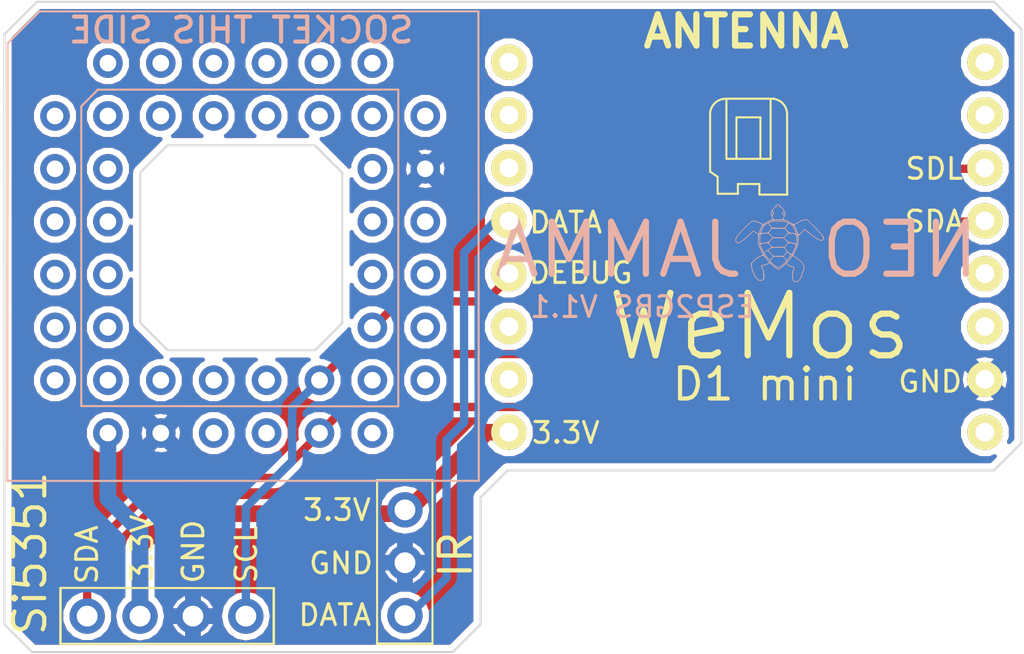
<source format=kicad_pcb>
(kicad_pcb (version 4) (host pcbnew 4.0.7)

  (general
    (links 13)
    (no_connects 0)
    (area 109.118 96.325999 160.126001 128.476001)
    (thickness 1.6)
    (drawings 39)
    (tracks 37)
    (zones 0)
    (modules 5)
    (nets 7)
  )

  (page A4)
  (layers
    (0 F.Cu signal)
    (31 B.Cu signal hide)
    (32 B.Adhes user)
    (33 F.Adhes user)
    (34 B.Paste user hide)
    (35 F.Paste user)
    (36 B.SilkS user)
    (37 F.SilkS user)
    (38 B.Mask user)
    (39 F.Mask user)
    (40 Dwgs.User user)
    (41 Cmts.User user)
    (42 Eco1.User user)
    (43 Eco2.User user)
    (44 Edge.Cuts user)
    (45 Margin user)
    (46 B.CrtYd user)
    (47 F.CrtYd user)
    (48 B.Fab user)
    (49 F.Fab user hide)
  )

  (setup
    (last_trace_width 0.4)
    (trace_clearance 0.2)
    (zone_clearance 0.3)
    (zone_45_only no)
    (trace_min 0.2)
    (segment_width 0.2)
    (edge_width 0.1)
    (via_size 0.6)
    (via_drill 0.4)
    (via_min_size 0.4)
    (via_min_drill 0.3)
    (uvia_size 0.3)
    (uvia_drill 0.1)
    (uvias_allowed no)
    (uvia_min_size 0.2)
    (uvia_min_drill 0.1)
    (pcb_text_width 0.3)
    (pcb_text_size 1.5 1.5)
    (mod_edge_width 0.15)
    (mod_text_size 1 1)
    (mod_text_width 0.15)
    (pad_size 1.7 1.7)
    (pad_drill 1)
    (pad_to_mask_clearance 0)
    (aux_axis_origin 0 0)
    (visible_elements 7FFFFFFF)
    (pcbplotparams
      (layerselection 0x010f0_80000001)
      (usegerberextensions true)
      (excludeedgelayer false)
      (linewidth 0.100000)
      (plotframeref false)
      (viasonmask false)
      (mode 1)
      (useauxorigin false)
      (hpglpennumber 1)
      (hpglpenspeed 20)
      (hpglpendiameter 15)
      (hpglpenoverlay 2)
      (psnegative false)
      (psa4output false)
      (plotreference false)
      (plotvalue false)
      (plotinvisibletext false)
      (padsonsilk false)
      (subtractmaskfromsilk false)
      (outputformat 1)
      (mirror false)
      (drillshape 0)
      (scaleselection 1)
      (outputdirectory gerber))
  )

  (net 0 "")
  (net 1 DEBUG)
  (net 2 GND)
  (net 3 SCL)
  (net 4 SDA)
  (net 5 +3V3)
  (net 6 IR)

  (net_class Default "This is the default net class."
    (clearance 0.2)
    (trace_width 0.4)
    (via_dia 0.6)
    (via_drill 0.4)
    (uvia_dia 0.3)
    (uvia_drill 0.1)
    (add_net DEBUG)
    (add_net IR)
    (add_net SCL)
    (add_net SDA)
  )

  (net_class Power ""
    (clearance 0.2)
    (trace_width 0.8)
    (via_dia 0.6)
    (via_drill 0.4)
    (uvia_dia 0.3)
    (uvia_drill 0.1)
    (add_net +3V3)
    (add_net GND)
  )

  (module PLCC-44:PLCC-44_THT-Socket (layer B.Cu) (tedit 5F246C7C) (tstamp 5EF79312)
    (at 114.3 110.033 270)
    (descr "PLCC, 44 pins, through hole")
    (tags "plcc leaded")
    (path /5EF7917F)
    (fp_text reference J1 (at -1.517 -4.229 270) (layer B.SilkS) hide
      (effects (font (size 0.127 0.127) (thickness 0.03175)) (justify mirror))
    )
    (fp_text value PLCC-44 (at -1.486 -4.001 270) (layer B.SilkS) hide
      (effects (font (size 0.127 0.127) (thickness 0.03175)) (justify mirror))
    )
    (fp_line (start -12.647 -17.79) (end -12.644 3.288) (layer B.SilkS) (width 0.1))
    (fp_line (start -11.09 4.82) (end 9.919 4.831) (layer B.SilkS) (width 0.1))
    (fp_line (start -12.642 3.282) (end -11.103 4.822) (layer B.SilkS) (width 0.1))
    (fp_line (start -8.887 0.48) (end -8.087 1.273) (layer B.SilkS) (width 0.1))
    (fp_line (start 9.919 4.839) (end 9.914 -17.81) (layer B.SilkS) (width 0.1))
    (fp_line (start 9.914 -17.81) (end -12.642 -17.79) (layer B.SilkS) (width 0.1))
    (fp_line (start -8.095 1.28) (end 6.322 1.28) (layer B.SilkS) (width 0.1))
    (fp_line (start 6.322 1.28) (end 6.337 -13.945) (layer B.SilkS) (width 0.1))
    (fp_line (start 6.337 -13.945) (end -8.887 -13.945) (layer B.SilkS) (width 0.1))
    (fp_line (start -8.887 -13.945) (end -8.884 0.499) (layer B.SilkS) (width 0.1))
    (fp_text user %R (at -1.27 -6.35 270) (layer B.Fab)
      (effects (font (size 1 1) (thickness 0.15)) (justify mirror))
    )
    (pad 1 thru_hole circle (at 0 0 270) (size 1.4224 1.4224) (drill 0.8) (layers *.Cu *.Mask))
    (pad 3 thru_hole circle (at -2.54 0 270) (size 1.4224 1.4224) (drill 0.8) (layers *.Cu *.Mask))
    (pad 5 thru_hole circle (at -5.08 0 270) (size 1.4224 1.4224) (drill 0.8) (layers *.Cu *.Mask))
    (pad 43 thru_hole circle (at 2.54 0 270) (size 1.4224 1.4224) (drill 0.8) (layers *.Cu *.Mask))
    (pad 41 thru_hole circle (at 5.08 0 270) (size 1.4224 1.4224) (drill 0.8) (layers *.Cu *.Mask))
    (pad 2 thru_hole circle (at -2.54 2.54 270) (size 1.4224 1.4224) (drill 0.8) (layers *.Cu *.Mask))
    (pad 4 thru_hole circle (at -5.08 2.54 270) (size 1.4224 1.4224) (drill 0.8) (layers *.Cu *.Mask))
    (pad 6 thru_hole circle (at -7.62 2.54 270) (size 1.4224 1.4224) (drill 0.8) (layers *.Cu *.Mask))
    (pad 44 thru_hole circle (at 0 2.54 270) (size 1.4224 1.4224) (drill 0.8) (layers *.Cu *.Mask))
    (pad 42 thru_hole circle (at 2.54 2.54 270) (size 1.4224 1.4224) (drill 0.8) (layers *.Cu *.Mask))
    (pad 8 thru_hole circle (at -7.62 0 270) (size 1.4224 1.4224) (drill 0.8) (layers *.Cu *.Mask))
    (pad 10 thru_hole circle (at -7.62 -2.54 270) (size 1.4224 1.4224) (drill 0.8) (layers *.Cu *.Mask))
    (pad 12 thru_hole circle (at -7.62 -5.08 270) (size 1.4224 1.4224) (drill 0.8) (layers *.Cu *.Mask))
    (pad 14 thru_hole circle (at -7.62 -7.62 270) (size 1.4224 1.4224) (drill 0.8) (layers *.Cu *.Mask))
    (pad 16 thru_hole circle (at -7.62 -10.16 270) (size 1.4224 1.4224) (drill 0.8) (layers *.Cu *.Mask))
    (pad 7 thru_hole circle (at -10.16 0 270) (size 1.4224 1.4224) (drill 0.8) (layers *.Cu *.Mask))
    (pad 9 thru_hole circle (at -10.16 -2.54 270) (size 1.4224 1.4224) (drill 0.8) (layers *.Cu *.Mask))
    (pad 11 thru_hole circle (at -10.16 -5.08 270) (size 1.4224 1.4224) (drill 0.8) (layers *.Cu *.Mask))
    (pad 13 thru_hole circle (at -10.16 -7.62 270) (size 1.4224 1.4224) (drill 0.8) (layers *.Cu *.Mask))
    (pad 15 thru_hole circle (at -10.16 -10.16 270) (size 1.4224 1.4224) (drill 0.8) (layers *.Cu *.Mask))
    (pad 17 thru_hole circle (at -10.16 -12.7 270) (size 1.4224 1.4224) (drill 0.8) (layers *.Cu *.Mask))
    (pad 19 thru_hole circle (at -7.62 -12.7 270) (size 1.4224 1.4224) (drill 0.8) (layers *.Cu *.Mask))
    (pad 21 thru_hole circle (at -5.08 -12.7 270) (size 1.4224 1.4224) (drill 0.8) (layers *.Cu *.Mask))
    (pad 23 thru_hole circle (at -2.54 -12.7 270) (size 1.4224 1.4224) (drill 0.8) (layers *.Cu *.Mask))
    (pad 25 thru_hole circle (at 0 -12.7 270) (size 1.4224 1.4224) (drill 0.8) (layers *.Cu *.Mask))
    (pad 27 thru_hole circle (at 2.54 -12.7 270) (size 1.4224 1.4224) (drill 0.8) (layers *.Cu *.Mask)
      (net 1 DEBUG))
    (pad 29 thru_hole circle (at 7.62 -12.7 270) (size 1.4224 1.4224) (drill 0.8) (layers *.Cu *.Mask))
    (pad 18 thru_hole circle (at -7.62 -15.24 270) (size 1.4224 1.4224) (drill 0.8) (layers *.Cu *.Mask))
    (pad 20 thru_hole circle (at -5.08 -15.24 270) (size 1.4224 1.4224) (drill 0.8) (layers *.Cu *.Mask)
      (net 2 GND))
    (pad 22 thru_hole circle (at -2.54 -15.24 270) (size 1.4224 1.4224) (drill 0.8) (layers *.Cu *.Mask))
    (pad 24 thru_hole circle (at 0 -15.24 270) (size 1.4224 1.4224) (drill 0.8) (layers *.Cu *.Mask))
    (pad 26 thru_hole circle (at 2.54 -15.24 270) (size 1.4224 1.4224) (drill 0.8) (layers *.Cu *.Mask))
    (pad 28 thru_hole circle (at 5.08 -15.24 270) (size 1.4224 1.4224) (drill 0.8) (layers *.Cu *.Mask))
    (pad 30 thru_hole circle (at 5.08 -12.7 270) (size 1.4224 1.4224) (drill 0.8) (layers *.Cu *.Mask))
    (pad 32 thru_hole circle (at 5.08 -10.16 270) (size 1.4224 1.4224) (drill 0.8) (layers *.Cu *.Mask)
      (net 3 SCL))
    (pad 34 thru_hole circle (at 5.08 -7.62 270) (size 1.4224 1.4224) (drill 0.8) (layers *.Cu *.Mask))
    (pad 36 thru_hole circle (at 5.08 -5.08 270) (size 1.4224 1.4224) (drill 0.8) (layers *.Cu *.Mask))
    (pad 38 thru_hole circle (at 5.08 -2.54 270) (size 1.4224 1.4224) (drill 0.8) (layers *.Cu *.Mask))
    (pad 40 thru_hole circle (at 5.08 2.54 270) (size 1.4224 1.4224) (drill 0.8) (layers *.Cu *.Mask))
    (pad 31 thru_hole circle (at 7.62 -10.16 270) (size 1.4224 1.4224) (drill 0.8) (layers *.Cu *.Mask)
      (net 4 SDA))
    (pad 33 thru_hole circle (at 7.62 -7.62 270) (size 1.4224 1.4224) (drill 0.8) (layers *.Cu *.Mask))
    (pad 35 thru_hole circle (at 7.62 -5.08 270) (size 1.4224 1.4224) (drill 0.8) (layers *.Cu *.Mask))
    (pad 37 thru_hole circle (at 7.62 -2.54 270) (size 1.4224 1.4224) (drill 0.8) (layers *.Cu *.Mask)
      (net 2 GND))
    (pad 39 thru_hole circle (at 7.62 0 270) (size 1.4224 1.4224) (drill 0.8) (layers *.Cu *.Mask)
      (net 5 +3V3))
    (model ${KISYS3DMOD}/Package_LCC.3dshapes/PLCC-44_THT-Socket.wrl
      (at (xyz 0 0 0))
      (scale (xyz 1 1 1))
      (rotate (xyz 0 0 0))
    )
  )

  (module wemos_d1_mini:D1_mini_board (layer F.Cu) (tedit 5F249422) (tstamp 5EF79326)
    (at 138.217 109.992)
    (path /5EF79124)
    (fp_text reference U1 (at 18.225 7.696) (layer F.SilkS) hide
      (effects (font (size 0.127 0.127) (thickness 0.03175)))
    )
    (fp_text value WeMos_mini (at 18.225 7.353) (layer F.Fab)
      (effects (font (size 0.127 0.127) (thickness 0.03175)))
    )
    (fp_text user GND (at 15.569 5.192) (layer F.SilkS)
      (effects (font (size 1 1) (thickness 0.15)))
    )
    (fp_text user DEBUG (at -1.209 -0.035) (layer F.SilkS)
      (effects (font (size 1 1) (thickness 0.15)))
    )
    (fp_text user 3.3V (at -1.928 7.65) (layer F.SilkS)
      (effects (font (size 1 1) (thickness 0.15)))
    )
    (fp_line (start 6.267 -7.507) (end 6.267 -5.536) (layer F.SilkS) (width 0.1))
    (fp_line (start 6.272 -7.513) (end 7.417 -7.513) (layer F.SilkS) (width 0.1))
    (fp_line (start 7.417 -7.513) (end 7.417 -5.529) (layer F.SilkS) (width 0.1))
    (fp_line (start 5.784 -8.341) (end 5.784 -5.519) (layer F.SilkS) (width 0.1))
    (fp_line (start 5.784 -5.519) (end 7.907 -5.519) (layer F.SilkS) (width 0.1))
    (fp_line (start 7.907 -5.519) (end 7.907 -8.369) (layer F.SilkS) (width 0.1))
    (fp_text user "D1 mini" (at 7.63 5.316) (layer F.SilkS)
      (effects (font (size 1.5 1.5) (thickness 0.2)))
    )
    (fp_line (start 7.369 -3.799) (end 8.705 -3.799) (layer F.SilkS) (width 0.1))
    (fp_line (start 5.357 -3.84) (end 6.342 -3.84) (layer F.SilkS) (width 0.1))
    (fp_line (start 5.772 -8.408) (end 8.028 -8.408) (layer F.SilkS) (width 0.1))
    (fp_arc (start 7.95 -7.663) (end 8.001 -8.41) (angle 90) (layer F.SilkS) (width 0.1))
    (fp_arc (start 5.754 -7.653) (end 5 -7.675) (angle 90) (layer F.SilkS) (width 0.1))
    (fp_line (start 8.7 -3.789) (end 8.7 -7.66) (layer F.SilkS) (width 0.1))
    (fp_line (start 7.369 -3.806) (end 7.369 -4.309) (layer F.SilkS) (width 0.1))
    (fp_line (start 7.369 -4.309) (end 6.336 -4.309) (layer F.SilkS) (width 0.1))
    (fp_line (start 6.336 -4.309) (end 6.336 -3.834) (layer F.SilkS) (width 0.1))
    (fp_line (start 5.364 -3.842) (end 5.364 -4.652) (layer F.SilkS) (width 0.1))
    (fp_line (start 5.364 -4.652) (end 5.001 -4.903) (layer F.SilkS) (width 0.1))
    (fp_line (start 5.001 -4.903) (end 5.001 -7.697) (layer F.SilkS) (width 0.1))
    (fp_text user WeMos (at 7.378 2.55) (layer F.SilkS)
      (effects (font (size 3 3) (thickness 0.3)))
    )
    (pad 8 thru_hole circle (at 18.199 -10.16) (size 1.7 1.7) (drill 0.9) (layers *.Cu *.Mask F.SilkS))
    (pad 7 thru_hole circle (at 18.199 -7.62) (size 1.7 1.7) (drill 0.9) (layers *.Cu *.Mask F.SilkS))
    (pad 6 thru_hole circle (at 18.199 -5.08) (size 1.7 1.7) (drill 0.9) (layers *.Cu *.Mask F.SilkS)
      (net 3 SCL))
    (pad 5 thru_hole circle (at 18.199 -2.54) (size 1.7 1.7) (drill 0.9) (layers *.Cu *.Mask F.SilkS)
      (net 4 SDA))
    (pad 4 thru_hole circle (at 18.199 0) (size 1.7 1.7) (drill 0.9) (layers *.Cu *.Mask F.SilkS))
    (pad 3 thru_hole circle (at 18.199 2.54) (size 1.7 1.7) (drill 0.9) (layers *.Cu *.Mask F.SilkS))
    (pad 2 thru_hole circle (at 18.199 5.08) (size 1.7 1.7) (drill 0.9) (layers *.Cu *.Mask F.SilkS)
      (net 2 GND))
    (pad 1 thru_hole circle (at 18.199 7.62) (size 1.7 1.7) (drill 0.9) (layers *.Cu *.Mask F.SilkS))
    (pad 16 thru_hole circle (at -4.661 7.62) (size 1.7 1.7) (drill 0.9) (layers *.Cu *.Mask F.SilkS)
      (net 5 +3V3))
    (pad 15 thru_hole circle (at -4.661 5.08) (size 1.7 1.7) (drill 0.9) (layers *.Cu *.Mask F.SilkS))
    (pad 14 thru_hole circle (at -4.661 2.54) (size 1.7 1.7) (drill 0.9) (layers *.Cu *.Mask F.SilkS))
    (pad 13 thru_hole circle (at -4.661 0) (size 1.7 1.7) (drill 0.9) (layers *.Cu *.Mask F.SilkS)
      (net 1 DEBUG))
    (pad 12 thru_hole circle (at -4.661 -2.54) (size 1.7 1.7) (drill 0.9) (layers *.Cu *.Mask F.SilkS)
      (net 6 IR))
    (pad 11 thru_hole circle (at -4.661 -5.08) (size 1.7 1.7) (drill 0.9) (layers *.Cu *.Mask F.SilkS))
    (pad 10 thru_hole circle (at -4.661 -7.62) (size 1.7 1.7) (drill 0.9) (layers *.Cu *.Mask F.SilkS))
    (pad 9 thru_hole circle (at -4.661 -10.16) (size 1.7 1.7) (drill 0.9) (layers *.Cu *.Mask F.SilkS))
  )

  (module I2C:I2C (layer F.Cu) (tedit 5F198AB3) (tstamp 5F199B87)
    (at 113.304 126.451 90)
    (descr "Through hole straight pin header, 1x04, 2.54mm pitch, single row")
    (tags "Through hole pin header THT 1x04 2.54mm single row")
    (path /5F18A027)
    (fp_text reference J2 (at 0.012 -0.05 180) (layer F.SilkS)
      (effects (font (size 0.127 0.127) (thickness 0.03175)))
    )
    (fp_text value Conn_01x04 (at 0.275 -0.054 180) (layer F.Fab) hide
      (effects (font (size 0.127 0.127) (thickness 0.03175)))
    )
    (fp_line (start -1.328 8.942) (end -1.328 -1.295) (layer F.SilkS) (width 0.1))
    (fp_line (start 1.358 -1.288) (end 1.346 8.976) (layer F.SilkS) (width 0.1))
    (fp_line (start -0.635 -1.27) (end 1.27 -1.27) (layer F.Fab) (width 0.1))
    (fp_line (start 1.27 -1.27) (end 1.27 8.89) (layer F.Fab) (width 0.1))
    (fp_line (start 1.27 8.89) (end -1.27 8.89) (layer F.Fab) (width 0.1))
    (fp_line (start -1.27 8.89) (end -1.27 -0.635) (layer F.Fab) (width 0.1))
    (fp_line (start -1.27 -0.635) (end -0.635 -1.27) (layer F.Fab) (width 0.1))
    (fp_line (start -1.32 8.961) (end 1.34 8.961) (layer F.SilkS) (width 0.12))
    (fp_line (start -1.317 -1.283) (end 1.343 -1.283) (layer F.SilkS) (width 0.12))
    (fp_line (start -1.8 -1.8) (end -1.8 9.4) (layer F.CrtYd) (width 0.05))
    (fp_line (start -1.8 9.4) (end 1.8 9.4) (layer F.CrtYd) (width 0.05))
    (fp_line (start 1.8 9.4) (end 1.8 -1.8) (layer F.CrtYd) (width 0.05))
    (fp_line (start 1.8 -1.8) (end -1.8 -1.8) (layer F.CrtYd) (width 0.05))
    (fp_text user %R (at -0.194 -0.038 180) (layer F.Fab)
      (effects (font (size 0.127 0.127) (thickness 0.03175)))
    )
    (pad 1 thru_hole circle (at 0 0 90) (size 1.7 1.7) (drill 1) (layers *.Cu *.Mask)
      (net 4 SDA))
    (pad 2 thru_hole oval (at 0 2.54 90) (size 1.7 1.7) (drill 1) (layers *.Cu *.Mask)
      (net 5 +3V3))
    (pad 3 thru_hole oval (at 0 5.08 90) (size 1.7 1.7) (drill 1) (layers *.Cu *.Mask)
      (net 2 GND))
    (pad 4 thru_hole oval (at 0 7.62 90) (size 1.7 1.7) (drill 1) (layers *.Cu *.Mask)
      (net 3 SCL))
    (model ${KISYS3DMOD}/Pin_Headers.3dshapes/Pin_Header_Straight_1x04_Pitch2.54mm.wrl
      (at (xyz 0 0 0))
      (scale (xyz 1 1 1))
      (rotate (xyz 0 0 0))
    )
  )

  (module tortule:logo (layer B.Cu) (tedit 5F198D41) (tstamp 5F199B98)
    (at 146.507 108.509 180)
    (path /5F198CBF)
    (fp_text reference J3 (at -0.004 0.069 180) (layer B.SilkS) hide
      (effects (font (size 0.127 0.127) (thickness 0.03175)) (justify mirror))
    )
    (fp_text value Conn_01x01 (at 0.057 -0.115 180) (layer B.SilkS) hide
      (effects (font (size 0.127 0.127) (thickness 0.03175)) (justify mirror))
    )
    (fp_poly (pts (xy 0.067268 1.834906) (xy 0.127446 1.784379) (xy 0.196065 1.713654) (xy 0.263256 1.633766)
      (xy 0.31915 1.555752) (xy 0.353877 1.490645) (xy 0.356074 1.484464) (xy 0.367916 1.424492)
      (xy 0.361926 1.356884) (xy 0.335628 1.268904) (xy 0.294006 1.165184) (xy 0.294066 1.131309)
      (xy 0.335852 1.109495) (xy 0.347735 1.106361) (xy 0.405082 1.084165) (xy 0.487044 1.042745)
      (xy 0.575954 0.991033) (xy 0.576611 0.990623) (xy 0.734123 0.892393) (xy 0.856011 0.949531)
      (xy 1.022945 1.019193) (xy 1.154818 1.055402) (xy 1.250415 1.057836) (xy 1.258644 1.056033)
      (xy 1.303159 1.03031) (xy 1.37735 0.969653) (xy 1.477503 0.877411) (xy 1.599904 0.756935)
      (xy 1.673653 0.681619) (xy 1.815155 0.532882) (xy 1.922335 0.413115) (xy 1.998398 0.317047)
      (xy 2.046547 0.239407) (xy 2.069985 0.174923) (xy 2.071916 0.118324) (xy 2.055545 0.064339)
      (xy 2.052629 0.05805) (xy 2.02215 0.008961) (xy 1.984684 -0.018417) (xy 1.936237 -0.022037)
      (xy 1.872815 0.00015) (xy 1.790425 0.050192) (xy 1.685072 0.130136) (xy 1.552763 0.242031)
      (xy 1.389505 0.387924) (xy 1.363894 0.411231) (xy 1.205349 0.555762) (xy 1.092039 0.479662)
      (xy 0.978728 0.403562) (xy 0.978314 0.156976) (xy 0.977162 0.044409) (xy 0.97144 -0.038515)
      (xy 0.957078 -0.108783) (xy 0.930005 -0.183382) (xy 0.886152 -0.279298) (xy 0.861495 -0.330554)
      (xy 0.745091 -0.5715) (xy 0.905444 -0.644716) (xy 1.082456 -0.75255) (xy 1.196643 -0.856282)
      (xy 1.327489 -0.994632) (xy 1.313484 -1.149082) (xy 1.285957 -1.282545) (xy 1.230926 -1.43162)
      (xy 1.157226 -1.57767) (xy 1.073693 -1.702056) (xy 1.02632 -1.754906) (xy 0.968953 -1.804295)
      (xy 0.919952 -1.822901) (xy 0.855046 -1.818869) (xy 0.842078 -1.816755) (xy 0.769246 -1.797069)
      (xy 0.716511 -1.769841) (xy 0.709042 -1.7627) (xy 0.69514 -1.718107) (xy 0.689842 -1.639741)
      (xy 0.692149 -1.543711) (xy 0.701063 -1.446128) (xy 0.715585 -1.363101) (xy 0.734717 -1.310742)
      (xy 0.737269 -1.307293) (xy 0.762954 -1.258793) (xy 0.785615 -1.188737) (xy 0.787237 -1.18182)
      (xy 0.797898 -1.122497) (xy 0.786502 -1.097378) (xy 0.743104 -1.091334) (xy 0.727575 -1.091052)
      (xy 0.656555 -1.078377) (xy 0.570266 -1.047723) (xy 0.534856 -1.030889) (xy 0.422013 -0.971874)
      (xy 0.236533 -1.133637) (xy 0.152923 -1.203338) (xy 0.080374 -1.257964) (xy 0.029176 -1.290053)
      (xy 0.013478 -1.2954) (xy -0.021592 -1.279649) (xy -0.083429 -1.23754) (xy -0.16112 -1.17679)
      (xy -0.197078 -1.146518) (xy -0.370061 -0.997637) (xy -0.457954 -1.071013) (xy -0.53635 -1.121483)
      (xy -0.621557 -1.15542) (xy -0.641223 -1.159641) (xy -0.702184 -1.170122) (xy -0.734666 -1.177137)
      (xy -0.736326 -1.177996) (xy -0.72949 -1.201772) (xy -0.712279 -1.259303) (xy -0.698226 -1.305786)
      (xy -0.673939 -1.417185) (xy -0.662089 -1.539982) (xy -0.662624 -1.658916) (xy -0.675494 -1.758723)
      (xy -0.699941 -1.823148) (xy -0.759252 -1.868062) (xy -0.839912 -1.881718) (xy -0.92326 -1.864161)
      (xy -0.984462 -1.82245) (xy -1.021686 -1.770618) (xy -1.064583 -1.694182) (xy -1.1047 -1.610583)
      (xy -1.133585 -1.537264) (xy -1.143 -1.495267) (xy -1.153306 -1.459174) (xy -1.17932 -1.396594)
      (xy -1.1938 -1.365602) (xy -1.238964 -1.239717) (xy -1.239173 -1.222597) (xy -1.214503 -1.222597)
      (xy -1.173619 -1.354554) (xy -1.1684 -1.365602) (xy -1.137818 -1.433876) (xy -1.119716 -1.483899)
      (xy -1.1176 -1.495267) (xy -1.106315 -1.540752) (xy -1.077894 -1.612659) (xy -1.040496 -1.693355)
      (xy -1.002275 -1.765206) (xy -0.972148 -1.80975) (xy -0.915204 -1.843856) (xy -0.840182 -1.855459)
      (xy -0.767338 -1.844923) (xy -0.716928 -1.812613) (xy -0.712094 -1.805069) (xy -0.69455 -1.74056)
      (xy -0.687043 -1.642703) (xy -0.689222 -1.527877) (xy -0.700737 -1.412459) (xy -0.721238 -1.312829)
      (xy -0.72272 -1.3078) (xy -0.741933 -1.234121) (xy -0.750202 -1.181534) (xy -0.748736 -1.167487)
      (xy -0.718738 -1.152178) (xy -0.658906 -1.137194) (xy -0.645956 -1.134937) (xy -0.564199 -1.108877)
      (xy -0.481214 -1.063912) (xy -0.46836 -1.054646) (xy -0.382642 -0.989266) (xy -0.524757 -0.812133)
      (xy -0.59041 -0.733379) (xy -0.645757 -0.67262) (xy -0.682325 -0.638921) (xy -0.690388 -0.635)
      (xy -0.726652 -0.650595) (xy -0.790288 -0.691924) (xy -0.870849 -0.750801) (xy -0.957889 -0.819041)
      (xy -1.040965 -0.888456) (xy -1.109628 -0.950863) (xy -1.153053 -0.997571) (xy -1.207697 -1.104774)
      (xy -1.214503 -1.222597) (xy -1.239173 -1.222597) (xy -1.240301 -1.130719) (xy -1.196534 -1.02774)
      (xy -1.146384 -0.962371) (xy -1.076116 -0.892154) (xy -0.982205 -0.810803) (xy -0.883699 -0.734716)
      (xy -0.873334 -0.727325) (xy -0.6985 -0.603858) (xy -0.8255 -0.349295) (xy -0.88079 -0.236924)
      (xy -0.917131 -0.154475) (xy -0.938499 -0.08654) (xy -0.948867 -0.017706) (xy -0.952211 0.067437)
      (xy -0.952425 0.123508) (xy -0.925585 0.123508) (xy -0.923506 0.020885) (xy -0.916057 -0.057207)
      (xy -0.898923 -0.127419) (xy -0.86779 -0.206402) (xy -0.818341 -0.310809) (xy -0.807111 -0.333692)
      (xy -0.737634 -0.462579) (xy -0.653627 -0.600386) (xy -0.569701 -0.723605) (xy -0.541926 -0.760369)
      (xy -0.463062 -0.853971) (xy -0.37077 -0.952788) (xy -0.272985 -1.049529) (xy -0.177641 -1.136903)
      (xy -0.092673 -1.20762) (xy -0.026016 -1.254388) (xy 0.0127 -1.27) (xy 0.047587 -1.254109)
      (xy 0.109558 -1.21144) (xy 0.188207 -1.149494) (xy 0.235153 -1.109619) (xy 0.385836 -0.958049)
      (xy 0.437917 -0.958049) (xy 0.549838 -1.012424) (xy 0.636902 -1.045741) (xy 0.722889 -1.064946)
      (xy 0.749344 -1.0668) (xy 0.807603 -1.070005) (xy 0.828011 -1.089443) (xy 0.823496 -1.139849)
      (xy 0.82177 -1.14935) (xy 0.798319 -1.229405) (xy 0.76768 -1.294145) (xy 0.741753 -1.369913)
      (xy 0.728245 -1.493908) (xy 0.726325 -1.559329) (xy 0.725971 -1.660462) (xy 0.729976 -1.722137)
      (xy 0.741471 -1.755681) (xy 0.763586 -1.772421) (xy 0.7874 -1.780302) (xy 0.882334 -1.799049)
      (xy 0.951289 -1.787302) (xy 1.012186 -1.740122) (xy 1.037305 -1.711436) (xy 1.136117 -1.568881)
      (xy 1.216542 -1.408815) (xy 1.270502 -1.249347) (xy 1.288064 -1.149305) (xy 1.294167 -1.065205)
      (xy 1.288892 -1.009293) (xy 1.265346 -0.962091) (xy 1.216634 -0.904121) (xy 1.191638 -0.876897)
      (xy 1.107956 -0.800812) (xy 1.001975 -0.724728) (xy 0.890691 -0.659273) (xy 0.791101 -0.615073)
      (xy 0.757755 -0.605597) (xy 0.72046 -0.621477) (xy 0.661105 -0.67747) (xy 0.583478 -0.769959)
      (xy 0.577638 -0.777474) (xy 0.437917 -0.958049) (xy 0.385836 -0.958049) (xy 0.479748 -0.863585)
      (xy 0.689621 -0.5844) (xy 0.833987 -0.330637) (xy 0.887447 -0.219528) (xy 0.921817 -0.137353)
      (xy 0.941299 -0.067898) (xy 0.950094 0.00505) (xy 0.952405 0.097705) (xy 0.952461 0.126563)
      (xy 0.938987 0.317327) (xy 0.901267 0.504626) (xy 0.843453 0.672399) (xy 0.781528 0.787783)
      (xy 0.730422 0.844667) (xy 0.691896 0.877509) (xy 0.768447 0.877509) (xy 0.776092 0.854334)
      (xy 0.802245 0.79923) (xy 0.835726 0.734581) (xy 0.879071 0.645082) (xy 0.913184 0.559717)
      (xy 0.926547 0.51435) (xy 0.943483 0.458381) (xy 0.961707 0.432086) (xy 0.963395 0.4318)
      (xy 0.993966 0.444918) (xy 1.051118 0.478539) (xy 1.094152 0.506481) (xy 1.205349 0.581162)
      (xy 1.363478 0.436631) (xy 1.533215 0.284032) (xy 1.671416 0.1662) (xy 1.781642 0.081172)
      (xy 1.867452 0.026986) (xy 1.932405 0.00168) (xy 1.980063 0.003293) (xy 2.013983 0.029863)
      (xy 2.033462 0.067348) (xy 2.046911 0.123616) (xy 2.041901 0.182608) (xy 2.015077 0.249731)
      (xy 1.963082 0.330388) (xy 1.882562 0.429987) (xy 1.770161 0.553931) (xy 1.659736 0.669402)
      (xy 1.534175 0.795916) (xy 1.425655 0.899465) (xy 1.338849 0.975851) (xy 1.278425 1.020876)
      (xy 1.257428 1.030938) (xy 1.171782 1.032481) (xy 1.054892 1.004928) (xy 0.91548 0.950539)
      (xy 0.8763 0.932126) (xy 0.8137 0.901257) (xy 0.77432 0.880984) (xy 0.768447 0.877509)
      (xy 0.691896 0.877509) (xy 0.651617 0.911845) (xy 0.561885 0.975059) (xy 0.559118 0.976797)
      (xy 0.394872 1.0795) (xy -0.369473 1.0795) (xy -0.533719 0.976797) (xy -0.623521 0.913932)
      (xy -0.702915 0.846664) (xy -0.755129 0.789248) (xy -0.756129 0.787783) (xy -0.829751 0.645144)
      (xy -0.885029 0.469431) (xy -0.917969 0.276301) (xy -0.925585 0.123508) (xy -0.952425 0.123508)
      (xy -0.9525 0.143117) (xy -0.95549 0.271924) (xy -0.96442 0.351319) (xy -0.979228 0.380796)
      (xy -0.980775 0.380983) (xy -1.01127 0.398362) (xy -1.064021 0.443903) (xy -1.127512 0.507647)
      (xy -1.245975 0.634293) (xy -1.429438 0.486511) (xy -1.600101 0.353591) (xy -1.749905 0.246136)
      (xy -1.87492 0.166652) (xy -1.971215 0.117647) (xy -2.033139 0.1016) (xy -2.104853 0.118114)
      (xy -2.161098 0.159092) (xy -2.184391 0.211686) (xy -2.184401 0.212742) (xy -2.183772 0.214641)
      (xy -2.149763 0.214641) (xy -2.137663 0.17014) (xy -2.13555 0.16745) (xy -2.080142 0.131858)
      (xy -2.002523 0.134706) (xy -1.899688 0.176668) (xy -1.787304 0.245565) (xy -1.681386 0.320414)
      (xy -1.559908 0.410519) (xy -1.44623 0.49849) (xy -1.427924 0.513138) (xy -1.242948 0.662147)
      (xy -1.12128 0.529827) (xy -1.040599 0.451175) (xy -0.981154 0.416393) (xy -0.93909 0.42518)
      (xy -0.910553 0.477235) (xy -0.901525 0.512634) (xy -0.879285 0.583126) (xy -0.84137 0.672721)
      (xy -0.813613 0.728515) (xy -0.743366 0.86013) (xy -0.860633 0.919015) (xy -0.944797 0.963472)
      (xy -1.021676 1.00762) (xy -1.046853 1.023441) (xy -1.114172 1.053925) (xy -1.203822 1.077857)
      (xy -1.242782 1.08402) (xy -1.369759 1.099058) (xy -1.711069 0.763508) (xy -1.871517 0.601583)
      (xy -1.993765 0.468325) (xy -2.079659 0.361143) (xy -2.131043 0.277445) (xy -2.149763 0.214641)
      (xy -2.183772 0.214641) (xy -2.164509 0.272758) (xy -2.105632 0.362397) (xy -2.008967 0.480202)
      (xy -1.875711 0.624714) (xy -1.707061 0.794478) (xy -1.704314 0.797165) (xy -1.369512 1.124429)
      (xy -1.240867 1.109193) (xy -1.16093 1.095914) (xy -1.100711 1.079069) (xy -1.083161 1.070037)
      (xy -1.045258 1.045496) (xy -0.980017 1.008837) (xy -0.901774 0.967459) (xy -0.824865 0.928761)
      (xy -0.763624 0.900141) (xy -0.732418 0.889) (xy -0.703494 0.901611) (xy -0.64388 0.934924)
      (xy -0.56561 0.982161) (xy -0.552725 0.990204) (xy -0.461106 1.042908) (xy -0.374102 1.085007)
      (xy -0.310085 1.107642) (xy -0.308565 1.107958) (xy -0.252797 1.125491) (xy -0.239091 1.151344)
      (xy -0.243329 1.165504) (xy -0.289445 1.281799) (xy -0.313009 1.366627) (xy -0.313412 1.374281)
      (xy -0.293015 1.374281) (xy -0.277074 1.340594) (xy -0.246378 1.342667) (xy -0.239164 1.347973)
      (xy -0.206233 1.403965) (xy -0.215532 1.469617) (xy -0.23495 1.498646) (xy -0.253198 1.521146)
      (xy -0.236287 1.511112) (xy -0.22225 1.500615) (xy -0.182499 1.445356) (xy -0.190163 1.38208)
      (xy -0.227002 1.334947) (xy -0.257567 1.302019) (xy -0.261692 1.26932) (xy -0.240653 1.215947)
      (xy -0.234998 1.20401) (xy -0.193792 1.1176) (xy 0.244591 1.1176) (xy 0.285797 1.20401)
      (xy 0.310769 1.262667) (xy 0.310783 1.297284) (xy 0.284563 1.328763) (xy 0.277801 1.334947)
      (xy 0.234248 1.398494) (xy 0.23463 1.40325) (xy 0.261711 1.40325) (xy 0.277589 1.357721)
      (xy 0.30359 1.335854) (xy 0.331322 1.349918) (xy 0.335366 1.356335) (xy 0.346177 1.409614)
      (xy 0.340871 1.45954) (xy 0.317643 1.513204) (xy 0.2912 1.516961) (xy 0.267219 1.470765)
      (xy 0.264347 1.460171) (xy 0.261711 1.40325) (xy 0.23463 1.40325) (xy 0.239906 1.46885)
      (xy 0.265199 1.51415) (xy 0.281832 1.54499) (xy 0.279639 1.575765) (xy 0.253602 1.61825)
      (xy 0.198704 1.684221) (xy 0.187029 1.697602) (xy 0.122511 1.763976) (xy 0.064323 1.81116)
      (xy 0.025588 1.8288) (xy -0.017776 1.809307) (xy -0.078142 1.758423) (xy -0.145126 1.687546)
      (xy -0.208343 1.608074) (xy -0.25741 1.531402) (xy -0.271169 1.503086) (xy -0.291835 1.432266)
      (xy -0.293015 1.374281) (xy -0.313412 1.374281) (xy -0.316496 1.43273) (xy -0.305275 1.484464)
      (xy -0.273625 1.547372) (xy -0.21967 1.62446) (xy -0.153278 1.704695) (xy -0.08432 1.77704)
      (xy -0.022664 1.830461) (xy 0.02182 1.853922) (xy 0.0254 1.8542) (xy 0.067268 1.834906)) (layer B.SilkS) (width 0.01))
    (fp_poly (pts (xy 0.5715 0.9271) (xy 0.668813 0.854582) (xy 0.735703 0.78228) (xy 0.789017 0.691802)
      (xy 0.791373 0.686996) (xy 0.873689 0.463773) (xy 0.910071 0.22424) (xy 0.909538 0.057274)
      (xy 0.89807 -0.064701) (xy 0.875642 -0.16148) (xy 0.835379 -0.258507) (xy 0.8115 -0.305443)
      (xy 0.687998 -0.512115) (xy 0.534362 -0.725409) (xy 0.364561 -0.92674) (xy 0.272677 -1.02235)
      (xy 0.186138 -1.105061) (xy 0.123236 -1.156641) (xy 0.073748 -1.183831) (xy 0.027454 -1.193371)
      (xy 0.0127 -1.1938) (xy -0.034626 -1.18823) (xy -0.082087 -1.167028) (xy -0.139904 -1.123453)
      (xy -0.218298 -1.050763) (xy -0.247278 -1.02235) (xy -0.38789 -0.871231) (xy -0.358947 -0.871231)
      (xy -0.328784 -0.916594) (xy -0.265759 -0.980275) (xy -0.228721 -1.015883) (xy -0.128242 -1.105338)
      (xy -0.047383 -1.155411) (xy 0.024405 -1.167591) (xy 0.097667 -1.14337) (xy 0.182953 -1.084237)
      (xy 0.193653 -1.075556) (xy 0.266568 -1.010769) (xy 0.329675 -0.94616) (xy 0.355395 -0.914687)
      (xy 0.403834 -0.846661) (xy 0.327067 -0.75353) (xy 0.250301 -0.6604) (xy 0.015278 -0.6604)
      (xy -0.097697 -0.661571) (xy -0.171803 -0.666678) (xy -0.218947 -0.678107) (xy -0.251038 -0.698245)
      (xy -0.269828 -0.71755) (xy -0.327712 -0.784459) (xy -0.358004 -0.831436) (xy -0.358947 -0.871231)
      (xy -0.38789 -0.871231) (xy -0.405129 -0.852704) (xy -0.556365 -0.664858) (xy -0.614804 -0.5811)
      (xy -0.5715 -0.5811) (xy -0.55784 -0.61376) (xy -0.522569 -0.672646) (xy -0.487596 -0.724492)
      (xy -0.403691 -0.843529) (xy -0.318173 -0.745614) (xy -0.232655 -0.6477) (xy -0.237637 -0.642543)
      (xy 0.257464 -0.642543) (xy 0.338282 -0.739913) (xy 0.385577 -0.795807) (xy 0.417299 -0.831246)
      (xy 0.42445 -0.837742) (xy 0.440703 -0.818903) (xy 0.479728 -0.768077) (xy 0.534539 -0.694447)
      (xy 0.56415 -0.65405) (xy 0.681257 -0.485277) (xy 0.767719 -0.340444) (xy 0.829823 -0.208608)
      (xy 0.848608 -0.158894) (xy 0.883844 -0.059024) (xy 0.5207 -0.002566) (xy 0.42545 -0.095337)
      (xy 0.371802 -0.150042) (xy 0.337314 -0.189924) (xy 0.330326 -0.202004) (xy 0.35004 -0.221666)
      (xy 0.4019 -0.260591) (xy 0.475181 -0.310784) (xy 0.48429 -0.316781) (xy 0.564919 -0.371998)
      (xy 0.630619 -0.421236) (xy 0.66763 -0.454162) (xy 0.668313 -0.454986) (xy 0.669748 -0.465159)
      (xy 0.638443 -0.447676) (xy 0.615541 -0.431576) (xy 0.532582 -0.370842) (xy 0.395023 -0.506692)
      (xy 0.257464 -0.642543) (xy -0.237637 -0.642543) (xy -0.324218 -0.552925) (xy -0.415782 -0.458151)
      (xy -0.493641 -0.507448) (xy -0.545035 -0.546087) (xy -0.570803 -0.577403) (xy -0.5715 -0.5811)
      (xy -0.614804 -0.5811) (xy -0.689144 -0.474554) (xy -0.789983 -0.300781) (xy -0.858933 -0.111962)
      (xy -0.861786 -0.091463) (xy -0.829999 -0.091463) (xy -0.82588 -0.130224) (xy -0.803096 -0.199614)
      (xy -0.767728 -0.285895) (xy -0.725855 -0.375332) (xy -0.683559 -0.454186) (xy -0.646919 -0.508721)
      (xy -0.643645 -0.512481) (xy -0.614476 -0.538466) (xy -0.584406 -0.538213) (xy -0.534804 -0.510192)
      (xy -0.523133 -0.502586) (xy -0.461364 -0.449597) (xy -0.450832 -0.437653) (xy -0.410995 -0.437653)
      (xy -0.314643 -0.536326) (xy -0.218291 -0.635) (xy 0.243035 -0.635) (xy 0.513479 -0.361154)
      (xy 0.415943 -0.294877) (xy 0.370419 -0.266238) (xy 0.326499 -0.247287) (xy 0.272412 -0.236039)
      (xy 0.196389 -0.230511) (xy 0.08666 -0.228717) (xy 0.022879 -0.2286) (xy -0.27265 -0.2286)
      (xy -0.341822 -0.333126) (xy -0.410995 -0.437653) (xy -0.450832 -0.437653) (xy -0.394849 -0.374168)
      (xy -0.363737 -0.331239) (xy -0.285601 -0.21316) (xy -0.385487 -0.106078) (xy -0.485372 0.001005)
      (xy -0.651013 -0.02784) (xy -0.740973 -0.048184) (xy -0.805245 -0.071811) (xy -0.829999 -0.091463)
      (xy -0.861786 -0.091463) (xy -0.888049 0.097231) (xy -0.885846 0.143333) (xy -0.863212 0.143333)
      (xy -0.862344 0.043815) (xy -0.857778 -0.014118) (xy -0.847288 -0.039657) (xy -0.828652 -0.041996)
      (xy -0.81915 -0.038783) (xy -0.770815 -0.025173) (xy -0.691762 -0.008019) (xy -0.6223 0.004872)
      (xy -0.618811 0.005682) (xy -0.462201 0.005682) (xy -0.273489 -0.2032) (xy 0.29449 -0.2032)
      (xy 0.393766 -0.101531) (xy 0.493043 0.000137) (xy 0.380933 0.114369) (xy 0.268823 0.2286)
      (xy -0.243424 0.2286) (xy -0.352812 0.117141) (xy -0.462201 0.005682) (xy -0.618811 0.005682)
      (xy -0.521007 0.028384) (xy -0.445064 0.0653) (xy -0.369029 0.128352) (xy -0.3619 0.135176)
      (xy -0.2539 0.239276) (xy -0.257873 0.243325) (xy 0.279299 0.243325) (xy 0.383828 0.136819)
      (xy 0.459009 0.06903) (xy 0.531244 0.030118) (xy 0.625794 0.006714) (xy 0.631528 0.005716)
      (xy 0.747498 -0.014023) (xy 0.82217 -0.021976) (xy 0.864584 -0.013212) (xy 0.883778 0.017204)
      (xy 0.88879 0.074203) (xy 0.888653 0.14605) (xy 0.887176 0.267861) (xy 0.878921 0.348404)
      (xy 0.857263 0.397213) (xy 0.815578 0.42382) (xy 0.747243 0.437759) (xy 0.680944 0.444988)
      (xy 0.502988 0.46286) (xy 0.391144 0.353092) (xy 0.279299 0.243325) (xy -0.257873 0.243325)
      (xy -0.360839 0.348238) (xy -0.436884 0.416916) (xy -0.499182 0.450206) (xy -0.545039 0.456595)
      (xy -0.639627 0.448703) (xy -0.731757 0.429417) (xy -0.804936 0.403192) (xy -0.841527 0.376487)
      (xy -0.851716 0.336253) (xy -0.85936 0.260233) (xy -0.863067 0.16343) (xy -0.863212 0.143333)
      (xy -0.885846 0.143333) (xy -0.877594 0.315981) (xy -0.84658 0.451529) (xy -0.825605 0.451529)
      (xy -0.814595 0.437866) (xy -0.792634 0.444015) (xy -0.74255 0.45652) (xy -0.664681 0.469179)
      (xy -0.6223 0.474314) (xy -0.595146 0.479043) (xy -0.464286 0.479043) (xy -0.353855 0.366522)
      (xy -0.243424 0.254) (xy 0.268823 0.254) (xy 0.376369 0.363582) (xy 0.483914 0.473163)
      (xy 0.406898 0.579482) (xy 0.329881 0.6858) (xy -0.300532 0.6858) (xy -0.382409 0.582422)
      (xy -0.464286 0.479043) (xy -0.595146 0.479043) (xy -0.53878 0.488859) (xy -0.477928 0.518937)
      (xy -0.416584 0.576936) (xy -0.403792 0.591196) (xy -0.312284 0.694572) (xy -0.314862 0.6985)
      (xy 0.340715 0.6985) (xy 0.418007 0.592954) (xy 0.453567 0.545917) (xy 0.485592 0.514205)
      (xy 0.525205 0.493795) (xy 0.583532 0.48067) (xy 0.671699 0.470808) (xy 0.78105 0.461779)
      (xy 0.827872 0.471843) (xy 0.8382 0.494576) (xy 0.8284 0.536943) (xy 0.803056 0.607822)
      (xy 0.776901 0.670559) (xy 0.713994 0.782257) (xy 0.633223 0.86263) (xy 0.60795 0.880407)
      (xy 0.543772 0.92107) (xy 0.507718 0.935131) (xy 0.486216 0.925009) (xy 0.472399 0.904561)
      (xy 0.439458 0.851142) (xy 0.396633 0.784167) (xy 0.392607 0.777988) (xy 0.340715 0.6985)
      (xy -0.314862 0.6985) (xy -0.365692 0.775934) (xy -0.40894 0.843041) (xy -0.444018 0.899473)
      (xy -0.447 0.904471) (xy -0.46638 0.930301) (xy -0.490678 0.933662) (xy -0.533463 0.912143)
      (xy -0.582595 0.880378) (xy -0.677804 0.793054) (xy -0.754432 0.667213) (xy -0.814535 0.501954)
      (xy -0.825605 0.451529) (xy -0.84658 0.451529) (xy -0.82783 0.533472) (xy -0.765974 0.686996)
      (xy -0.712875 0.778728) (xy -0.64696 0.851453) (xy -0.551382 0.923566) (xy -0.5461 0.9271)
      (xy -0.485415 0.967557) (xy -0.441685 0.967557) (xy -0.441391 0.946184) (xy -0.421648 0.905716)
      (xy -0.38023 0.836676) (xy -0.341823 0.77395) (xy -0.324169 0.747485) (xy -0.303212 0.729726)
      (xy -0.269693 0.719204) (xy -0.21435 0.71445) (xy -0.127923 0.713995) (xy -0.001152 0.716368)
      (xy 0.018396 0.7168) (xy 0.339438 0.7239) (xy 0.410714 0.845295) (xy 0.48199 0.966689)
      (xy 0.417141 0.991345) (xy 0.362461 1.001799) (xy 0.269579 1.009283) (xy 0.151008 1.013803)
      (xy 0.01926 1.015364) (xy -0.113154 1.013975) (xy -0.233722 1.009641) (xy -0.329932 1.002368)
      (xy -0.389272 0.992163) (xy -0.392846 0.990926) (xy -0.424761 0.979312) (xy -0.441685 0.967557)
      (xy -0.485415 0.967557) (xy -0.3937 1.0287) (xy 0.4191 1.0287) (xy 0.5715 0.9271)) (layer B.SilkS) (width 0.01))
    (fp_poly (pts (xy -0.033369 1.736193) (xy -0.0381 1.7272) (xy -0.062033 1.702943) (xy -0.066499 1.7018)
      (xy -0.068232 1.718208) (xy -0.0635 1.7272) (xy -0.039568 1.751458) (xy -0.035102 1.7526)
      (xy -0.033369 1.736193)) (layer B.SilkS) (width 0.01))
    (fp_poly (pts (xy 0.097675 1.742326) (xy 0.124729 1.718715) (xy 0.127 1.713001) (xy 0.114945 1.702562)
      (xy 0.089849 1.725954) (xy 0.086474 1.731125) (xy 0.08348 1.748506) (xy 0.097675 1.742326)) (layer B.SilkS) (width 0.01))
  )

  (module IR:IR (layer F.Cu) (tedit 5F247939) (tstamp 5F247B09)
    (at 128.565 126.492 180)
    (descr "Through hole straight pin header, 1x04, 2.54mm pitch, single row")
    (tags "Through hole pin header THT 1x04 2.54mm single row")
    (path /5F24888F)
    (fp_text reference J4 (at 0.012 0.018 270) (layer F.SilkS)
      (effects (font (size 0.127 0.127) (thickness 0.03175)))
    )
    (fp_text value Conn_01x03 (at 0.275 0.014 270) (layer F.Fab) hide
      (effects (font (size 0.127 0.127) (thickness 0.03175)))
    )
    (fp_line (start 1.339 6.576) (end 1.339 -1.276) (layer F.SilkS) (width 0.1))
    (fp_line (start -1.321 -1.303) (end -1.321 6.584) (layer F.SilkS) (width 0.1))
    (fp_line (start -1.316 6.57) (end 1.344 6.57) (layer F.SilkS) (width 0.12))
    (fp_line (start -1.317 -1.283) (end 1.343 -1.283) (layer F.SilkS) (width 0.12))
    (fp_text user %R (at -0.194 0.03 270) (layer F.Fab)
      (effects (font (size 0.127 0.127) (thickness 0.03175)))
    )
    (pad 1 thru_hole circle (at 0 0.068 180) (size 1.7 1.7) (drill 1) (layers *.Cu *.Mask)
      (net 6 IR))
    (pad 2 thru_hole oval (at 0 2.608 180) (size 1.7 1.7) (drill 1) (layers *.Cu *.Mask)
      (net 2 GND))
    (pad 3 thru_hole oval (at 0 5.148 180) (size 1.7 1.7) (drill 1) (layers *.Cu *.Mask)
      (net 5 +3V3))
    (model ${KISYS3DMOD}/Pin_Headers.3dshapes/Pin_Header_Straight_1x04_Pitch2.54mm.wrl
      (at (xyz 0 0 0))
      (scale (xyz 1 1 1))
      (rotate (xyz 0 0 0))
    )
  )

  (gr_line (start 110.65 128.175) (end 130.875 128.175) (angle 90) (layer Edge.Cuts) (width 0.1))
  (gr_line (start 158.175 98.25) (end 158.175 98.275) (angle 90) (layer Edge.Cuts) (width 0.1))
  (gr_line (start 156.85 96.925) (end 158.175 98.25) (angle 90) (layer Edge.Cuts) (width 0.1))
  (gr_line (start 110.9 96.925) (end 156.85 96.925) (angle 90) (layer Edge.Cuts) (width 0.1))
  (gr_line (start 109.332 126.86) (end 109.332 98.475) (angle 90) (layer Edge.Cuts) (width 0.1))
  (gr_line (start 132.2 120.725) (end 132.2 126.853) (angle 90) (layer Edge.Cuts) (width 0.1))
  (gr_text IR (at 131 123.5 90) (layer F.SilkS)
    (effects (font (size 1.5 1.5) (thickness 0.2)))
  )
  (gr_text Si5351 (at 110.559 123.439 90) (layer F.SilkS)
    (effects (font (size 1.5 1.5) (thickness 0.2)))
  )
  (gr_text SDL (at 153.985 104.953) (layer F.SilkS)
    (effects (font (size 1 1) (thickness 0.15)))
  )
  (gr_text SDA (at 153.977 107.485) (layer F.SilkS)
    (effects (font (size 1 1) (thickness 0.15)))
  )
  (gr_text DATA (at 136.286 107.533) (layer F.SilkS)
    (effects (font (size 1 1) (thickness 0.15)))
  )
  (gr_text DATA (at 125.2 126.4) (layer F.SilkS)
    (effects (font (size 1 1) (thickness 0.15)))
  )
  (gr_text 3.3V (at 125.3 121.35) (layer F.SilkS)
    (effects (font (size 1 1) (thickness 0.15)))
  )
  (gr_text GND (at 125.496 123.911) (layer F.SilkS)
    (effects (font (size 1 1) (thickness 0.15)))
  )
  (gr_line (start 133.496 119.442) (end 132.201 120.737) (angle 90) (layer Edge.Cuts) (width 0.1) (tstamp 5F18B493))
  (gr_line (start 158.176 118.118) (end 156.842 119.452) (angle 90) (layer Edge.Cuts) (width 0.1))
  (gr_line (start 158.176 98.247) (end 158.176 118.118) (angle 90) (layer Edge.Cuts) (width 0.1))
  (gr_line (start 109.354 98.465) (end 110.893 96.926) (angle 90) (layer Edge.Cuts) (width 0.1))
  (gr_line (start 133.5 119.452) (end 156.827 119.452) (angle 90) (layer Edge.Cuts) (width 0.1))
  (gr_text "SOCKET THIS SIDE" (at 120.701 98.293) (layer B.SilkS)
    (effects (font (size 1.2 1.2) (thickness 0.2)) (justify mirror))
  )
  (gr_text GND (at 118.4 123.35 90) (layer F.SilkS)
    (effects (font (size 1 1) (thickness 0.15)))
  )
  (gr_text 3.3V (at 115.95 123.2 90) (layer F.SilkS)
    (effects (font (size 1 1) (thickness 0.15)))
  )
  (gr_text SDA (at 113.3 123.5 90) (layer F.SilkS)
    (effects (font (size 1 1) (thickness 0.15)))
  )
  (gr_text SCL (at 120.945 123.485 90) (layer F.SilkS)
    (effects (font (size 1 1) (thickness 0.15)))
  )
  (gr_text ANTENNA (at 144.953 98.349) (layer F.SilkS)
    (effects (font (size 1.5 1.5) (thickness 0.3)))
  )
  (gr_text "ESP2GBS V1.1" (at 139.967 111.592) (layer B.SilkS)
    (effects (font (size 1 1) (thickness 0.15)) (justify mirror))
  )
  (gr_text "NEO  JAMMA" (at 144.478 108.854) (layer B.SilkS)
    (effects (font (size 2.5 2.5) (thickness 0.3)) (justify mirror))
  )
  (gr_line (start 117.18 113.675) (end 117.18 113.645) (angle 90) (layer Edge.Cuts) (width 0.1))
  (gr_line (start 124.244 113.675) (end 117.18 113.675) (angle 90) (layer Edge.Cuts) (width 0.1))
  (gr_line (start 125.555 112.365) (end 125.532 112.365) (angle 90) (layer Edge.Cuts) (width 0.1))
  (gr_line (start 125.555 105.156) (end 125.555 112.365) (angle 90) (layer Edge.Cuts) (width 0.1))
  (gr_line (start 115.854 112.359) (end 115.854 105.151) (angle 90) (layer Edge.Cuts) (width 0.1))
  (gr_line (start 117.165 103.823) (end 124.236 103.823) (angle 90) (layer Edge.Cuts) (width 0.1))
  (gr_line (start 109.333 126.851) (end 110.643 128.161) (angle 90) (layer Edge.Cuts) (width 0.1) (tstamp 5F18B2C9))
  (gr_line (start 115.86 112.359) (end 117.17 113.669) (angle 90) (layer Edge.Cuts) (width 0.1) (tstamp 5F18B2C7))
  (gr_line (start 124.252 103.845) (end 125.562 105.155) (angle 90) (layer Edge.Cuts) (width 0.1) (tstamp 5F18B2C5))
  (gr_line (start 132.198 126.85) (end 130.903 128.145) (angle 90) (layer Edge.Cuts) (width 0.1) (tstamp 5F18B2C3))
  (gr_line (start 125.545 112.379) (end 124.25 113.674) (angle 90) (layer Edge.Cuts) (width 0.1) (tstamp 5F18B2C1))
  (gr_line (start 117.158 103.83) (end 115.863 105.125) (angle 90) (layer Edge.Cuts) (width 0.1) (tstamp 5F18B2BF))

  (segment (start 127 112.573) (end 127.038 112.573) (width 0.4) (layer F.Cu) (net 1))
  (segment (start 127.038 112.573) (end 128.283 111.328) (width 0.4) (layer F.Cu) (net 1) (tstamp 5F199CF4))
  (segment (start 128.283 111.328) (end 132.424 111.328) (width 0.4) (layer F.Cu) (net 1) (tstamp 5F199CF5))
  (segment (start 132.424 111.328) (end 133.719 110.033) (width 0.4) (layer F.Cu) (net 1) (tstamp 5F199CF6))
  (segment (start 120.924 126.594) (end 120.924 121.226) (width 0.4) (layer B.Cu) (net 3))
  (segment (start 123.15 116.423) (end 124.46 115.113) (width 0.4) (layer B.Cu) (net 3) (tstamp 5F29CAC2))
  (segment (start 123.15 119) (end 123.15 116.423) (width 0.4) (layer B.Cu) (net 3) (tstamp 5F29CABF))
  (segment (start 120.924 121.226) (end 123.15 119) (width 0.4) (layer B.Cu) (net 3) (tstamp 5F29CABD))
  (segment (start 125.813 113.856) (end 125.717 113.856) (width 0.4) (layer F.Cu) (net 3))
  (segment (start 125.813 113.856) (end 142.215 113.856) (width 0.4) (layer F.Cu) (net 3) (tstamp 5F248FB1))
  (segment (start 142.215 113.856) (end 151.118 104.953) (width 0.4) (layer F.Cu) (net 3) (tstamp 5F248FB4))
  (segment (start 156.579 104.953) (end 151.118 104.953) (width 0.4) (layer F.Cu) (net 3) (tstamp 5F248FB7))
  (segment (start 125.717 113.856) (end 124.46 115.113) (width 0.4) (layer F.Cu) (net 3) (tstamp 5F2495CC))
  (segment (start 124.46 117.653) (end 124.46 117.69) (width 0.4) (layer F.Cu) (net 4))
  (segment (start 124.46 117.69) (end 122.343 119.807) (width 0.4) (layer F.Cu) (net 4) (tstamp 5F29CACE))
  (segment (start 113.304 123.446) (end 113.304 126.594) (width 0.4) (layer F.Cu) (net 4) (tstamp 5F29CAD7))
  (segment (start 116.943 119.807) (end 113.304 123.446) (width 0.4) (layer F.Cu) (net 4) (tstamp 5F29CAD5))
  (segment (start 122.343 119.807) (end 116.943 119.807) (width 0.4) (layer F.Cu) (net 4) (tstamp 5F29CAD3))
  (segment (start 156.579 107.493) (end 151.455 107.493) (width 0.4) (layer F.Cu) (net 4))
  (segment (start 125.715 116.398) (end 124.46 117.653) (width 0.4) (layer F.Cu) (net 4) (tstamp 5F248787))
  (segment (start 142.55 116.398) (end 125.715 116.398) (width 0.4) (layer F.Cu) (net 4) (tstamp 5F248784))
  (segment (start 151.455 107.493) (end 142.55 116.398) (width 0.4) (layer F.Cu) (net 4) (tstamp 5F248782))
  (segment (start 133.556 117.612) (end 132.48 117.612) (width 0.8) (layer F.Cu) (net 5))
  (segment (start 132.48 117.612) (end 128.565 121.527) (width 0.8) (layer F.Cu) (net 5) (tstamp 5F29CBB3))
  (segment (start 115.844 126.594) (end 115.844 123.106) (width 0.8) (layer F.Cu) (net 5))
  (segment (start 117.423 121.527) (end 128.565 121.527) (width 0.8) (layer F.Cu) (net 5) (tstamp 5F29CAB1))
  (segment (start 115.844 123.106) (end 117.423 121.527) (width 0.8) (layer F.Cu) (net 5) (tstamp 5F29CAAF))
  (segment (start 115.844 126.594) (end 115.844 122.344) (width 0.8) (layer B.Cu) (net 5))
  (segment (start 114.3 120.8) (end 114.3 117.653) (width 0.8) (layer B.Cu) (net 5) (tstamp 5F29CAA0))
  (segment (start 115.844 122.344) (end 114.3 120.8) (width 0.8) (layer B.Cu) (net 5) (tstamp 5F29CA9F))
  (segment (start 131.402 117.146) (end 131.399 117.146) (width 0.4) (layer B.Cu) (net 6))
  (segment (start 130.561 117.984) (end 130.561 124.611) (width 0.4) (layer B.Cu) (net 6) (tstamp 5F29CCB0))
  (segment (start 131.399 117.146) (end 130.561 117.984) (width 0.4) (layer B.Cu) (net 6) (tstamp 5F29CCAF))
  (segment (start 130.561 124.611) (end 128.565 126.607) (width 0.4) (layer B.Cu) (net 6) (tstamp 5F29CCB4))
  (segment (start 131.402 108.966) (end 131.402 117.146) (width 0.4) (layer B.Cu) (net 6))
  (segment (start 132.875 107.493) (end 131.402 108.966) (width 0.4) (layer B.Cu) (net 6) (tstamp 5F248FBB))
  (segment (start 133.719 107.493) (end 132.875 107.493) (width 0.4) (layer B.Cu) (net 6))

  (zone (net 2) (net_name GND) (layer F.Cu) (tstamp 5F29CB63) (hatch edge 0.508)
    (connect_pads (clearance 0.3))
    (min_thickness 0.2)
    (fill yes (arc_segments 16) (thermal_gap 0.2) (thermal_bridge_width 0.75))
    (polygon
      (pts
        (xy 158.306 128.092) (xy 109.118 128.168) (xy 109.134 96.84) (xy 158.229 96.888)
      )
    )
    (filled_polygon
      (pts
        (xy 157.726 98.437396) (xy 157.726 117.931604) (xy 157.573407 118.084197) (xy 157.665783 117.861731) (xy 157.666217 117.36445)
        (xy 157.476316 116.904857) (xy 157.124993 116.552919) (xy 156.665731 116.362217) (xy 156.16845 116.361783) (xy 155.708857 116.551684)
        (xy 155.356919 116.903007) (xy 155.166217 117.362269) (xy 155.165783 117.85955) (xy 155.355684 118.319143) (xy 155.707007 118.671081)
        (xy 156.166269 118.861783) (xy 156.66355 118.862217) (xy 156.888219 118.769385) (xy 156.655604 119.002) (xy 133.546275 119.002)
        (xy 133.496 118.992) (xy 133.323793 119.026253) (xy 133.177802 119.123802) (xy 131.92098 120.380624) (xy 131.881802 120.406802)
        (xy 131.784254 120.552792) (xy 131.75 120.725) (xy 131.75 126.661604) (xy 130.686604 127.725) (xy 120.926458 127.725)
        (xy 121.402354 127.630338) (xy 121.807883 127.359372) (xy 122.078849 126.953843) (xy 122.135 126.67155) (xy 127.314783 126.67155)
        (xy 127.504684 127.131143) (xy 127.856007 127.483081) (xy 128.315269 127.673783) (xy 128.81255 127.674217) (xy 129.272143 127.484316)
        (xy 129.624081 127.132993) (xy 129.814783 126.673731) (xy 129.815217 126.17645) (xy 129.625316 125.716857) (xy 129.273993 125.364919)
        (xy 128.814731 125.174217) (xy 128.31745 125.173783) (xy 127.857857 125.363684) (xy 127.505919 125.715007) (xy 127.315217 126.174269)
        (xy 127.314783 126.67155) (xy 122.135 126.67155) (xy 122.174 126.475489) (xy 122.174 126.426511) (xy 122.078849 125.948157)
        (xy 121.807883 125.542628) (xy 121.402354 125.271662) (xy 120.924 125.176511) (xy 120.445646 125.271662) (xy 120.040117 125.542628)
        (xy 119.769151 125.948157) (xy 119.674 126.426511) (xy 119.674 126.475489) (xy 119.769151 126.953843) (xy 120.040117 127.359372)
        (xy 120.445646 127.630338) (xy 120.921542 127.725) (xy 115.846458 127.725) (xy 116.322354 127.630338) (xy 116.727883 127.359372)
        (xy 116.998849 126.953843) (xy 117.010096 126.897299) (xy 117.324104 126.897299) (xy 117.575575 127.268931) (xy 117.937705 127.510869)
        (xy 118.109 127.49023) (xy 118.109 126.726) (xy 118.659 126.726) (xy 118.659 127.49023) (xy 118.830295 127.510869)
        (xy 119.192425 127.268931) (xy 119.443896 126.897299) (xy 119.425663 126.726) (xy 118.659 126.726) (xy 118.109 126.726)
        (xy 117.342337 126.726) (xy 117.324104 126.897299) (xy 117.010096 126.897299) (xy 117.094 126.475489) (xy 117.094 126.426511)
        (xy 117.010097 126.004701) (xy 117.324104 126.004701) (xy 117.342337 126.176) (xy 118.109 126.176) (xy 118.109 125.41177)
        (xy 118.659 125.41177) (xy 118.659 126.176) (xy 119.425663 126.176) (xy 119.443896 126.004701) (xy 119.192425 125.633069)
        (xy 118.830295 125.391131) (xy 118.659 125.41177) (xy 118.109 125.41177) (xy 117.937705 125.391131) (xy 117.575575 125.633069)
        (xy 117.324104 126.004701) (xy 117.010097 126.004701) (xy 116.998849 125.948157) (xy 116.727883 125.542628) (xy 116.644 125.486579)
        (xy 116.644 124.330295) (xy 127.505131 124.330295) (xy 127.747069 124.692425) (xy 128.118701 124.943896) (xy 128.29 124.925663)
        (xy 128.29 124.159) (xy 128.84 124.159) (xy 128.84 124.925663) (xy 129.011299 124.943896) (xy 129.382931 124.692425)
        (xy 129.624869 124.330295) (xy 129.60423 124.159) (xy 128.84 124.159) (xy 128.29 124.159) (xy 127.52577 124.159)
        (xy 127.505131 124.330295) (xy 116.644 124.330295) (xy 116.644 123.437705) (xy 127.505131 123.437705) (xy 127.52577 123.609)
        (xy 128.29 123.609) (xy 128.29 122.842337) (xy 128.84 122.842337) (xy 128.84 123.609) (xy 129.60423 123.609)
        (xy 129.624869 123.437705) (xy 129.382931 123.075575) (xy 129.011299 122.824104) (xy 128.84 122.842337) (xy 128.29 122.842337)
        (xy 128.118701 122.824104) (xy 127.747069 123.075575) (xy 127.505131 123.437705) (xy 116.644 123.437705) (xy 116.644 123.43737)
        (xy 117.754371 122.327) (xy 127.804967 122.327) (xy 128.062157 122.498849) (xy 128.540511 122.594) (xy 128.589489 122.594)
        (xy 129.067843 122.498849) (xy 129.473372 122.227883) (xy 129.744338 121.822354) (xy 129.829586 121.393784) (xy 132.699777 118.523593)
        (xy 132.847007 118.671081) (xy 133.306269 118.861783) (xy 133.80355 118.862217) (xy 134.263143 118.672316) (xy 134.615081 118.320993)
        (xy 134.805783 117.861731) (xy 134.806217 117.36445) (xy 134.654802 116.998) (xy 142.55 116.998) (xy 142.77961 116.952328)
        (xy 142.974264 116.822264) (xy 143.778759 116.017769) (xy 155.85914 116.017769) (xy 155.968507 116.155778) (xy 156.417315 116.244529)
        (xy 156.863493 116.155778) (xy 156.97286 116.017769) (xy 156.416 115.460909) (xy 155.85914 116.017769) (xy 143.778759 116.017769)
        (xy 144.723213 115.073315) (xy 155.243471 115.073315) (xy 155.332222 115.519493) (xy 155.470231 115.62886) (xy 156.027091 115.072)
        (xy 156.804909 115.072) (xy 157.361769 115.62886) (xy 157.499778 115.519493) (xy 157.588529 115.070685) (xy 157.499778 114.624507)
        (xy 157.361769 114.51514) (xy 156.804909 115.072) (xy 156.027091 115.072) (xy 155.470231 114.51514) (xy 155.332222 114.624507)
        (xy 155.243471 115.073315) (xy 144.723213 115.073315) (xy 145.670297 114.126231) (xy 155.85914 114.126231) (xy 156.416 114.683091)
        (xy 156.97286 114.126231) (xy 156.863493 113.988222) (xy 156.414685 113.899471) (xy 155.968507 113.988222) (xy 155.85914 114.126231)
        (xy 145.670297 114.126231) (xy 147.016978 112.77955) (xy 155.165783 112.77955) (xy 155.355684 113.239143) (xy 155.707007 113.591081)
        (xy 156.166269 113.781783) (xy 156.66355 113.782217) (xy 157.123143 113.592316) (xy 157.475081 113.240993) (xy 157.665783 112.781731)
        (xy 157.666217 112.28445) (xy 157.476316 111.824857) (xy 157.124993 111.472919) (xy 156.665731 111.282217) (xy 156.16845 111.281783)
        (xy 155.708857 111.471684) (xy 155.356919 111.823007) (xy 155.166217 112.282269) (xy 155.165783 112.77955) (xy 147.016978 112.77955)
        (xy 149.556978 110.23955) (xy 155.165783 110.23955) (xy 155.355684 110.699143) (xy 155.707007 111.051081) (xy 156.166269 111.241783)
        (xy 156.66355 111.242217) (xy 157.123143 111.052316) (xy 157.475081 110.700993) (xy 157.665783 110.241731) (xy 157.666217 109.74445)
        (xy 157.476316 109.284857) (xy 157.124993 108.932919) (xy 156.665731 108.742217) (xy 156.16845 108.741783) (xy 155.708857 108.931684)
        (xy 155.356919 109.283007) (xy 155.166217 109.742269) (xy 155.165783 110.23955) (xy 149.556978 110.23955) (xy 151.703528 108.093)
        (xy 155.328354 108.093) (xy 155.355684 108.159143) (xy 155.707007 108.511081) (xy 156.166269 108.701783) (xy 156.66355 108.702217)
        (xy 157.123143 108.512316) (xy 157.475081 108.160993) (xy 157.665783 107.701731) (xy 157.666217 107.20445) (xy 157.476316 106.744857)
        (xy 157.124993 106.392919) (xy 156.665731 106.202217) (xy 156.16845 106.201783) (xy 155.708857 106.391684) (xy 155.356919 106.743007)
        (xy 155.294637 106.893) (xy 151.455 106.893) (xy 151.22539 106.938672) (xy 151.030736 107.068736) (xy 142.301472 115.798)
        (xy 134.598044 115.798) (xy 134.615081 115.780993) (xy 134.805783 115.321731) (xy 134.806217 114.82445) (xy 134.653976 114.456)
        (xy 142.215 114.456) (xy 142.44461 114.410328) (xy 142.639264 114.280264) (xy 151.366528 105.553) (xy 155.328354 105.553)
        (xy 155.355684 105.619143) (xy 155.707007 105.971081) (xy 156.166269 106.161783) (xy 156.66355 106.162217) (xy 157.123143 105.972316)
        (xy 157.475081 105.620993) (xy 157.665783 105.161731) (xy 157.666217 104.66445) (xy 157.476316 104.204857) (xy 157.124993 103.852919)
        (xy 156.665731 103.662217) (xy 156.16845 103.661783) (xy 155.708857 103.851684) (xy 155.356919 104.203007) (xy 155.294637 104.353)
        (xy 151.118 104.353) (xy 150.888389 104.398672) (xy 150.693736 104.528736) (xy 141.966472 113.256) (xy 134.600048 113.256)
        (xy 134.615081 113.240993) (xy 134.805783 112.781731) (xy 134.806217 112.28445) (xy 134.616316 111.824857) (xy 134.264993 111.472919)
        (xy 133.805731 111.282217) (xy 133.318736 111.281792) (xy 133.358699 111.241829) (xy 133.80355 111.242217) (xy 134.263143 111.052316)
        (xy 134.615081 110.700993) (xy 134.805783 110.241731) (xy 134.806217 109.74445) (xy 134.616316 109.284857) (xy 134.264993 108.932919)
        (xy 133.805731 108.742217) (xy 133.30845 108.741783) (xy 132.848857 108.931684) (xy 132.496919 109.283007) (xy 132.306217 109.742269)
        (xy 132.305783 110.23955) (xy 132.410497 110.492975) (xy 132.175472 110.728) (xy 130.416633 110.728) (xy 130.48148 110.663266)
        (xy 130.651007 110.255001) (xy 130.651393 109.812938) (xy 130.482579 109.404378) (xy 130.170266 109.09152) (xy 129.762001 108.921993)
        (xy 129.319938 108.921607) (xy 128.911378 109.090421) (xy 128.59852 109.402734) (xy 128.428993 109.810999) (xy 128.428607 110.253062)
        (xy 128.597421 110.661622) (xy 128.663683 110.728) (xy 128.283 110.728) (xy 128.05339 110.773672) (xy 127.858736 110.903736)
        (xy 127.277453 111.485019) (xy 127.222001 111.461993) (xy 126.779938 111.461607) (xy 126.371378 111.630421) (xy 126.05852 111.942734)
        (xy 126.005 112.071624) (xy 126.005 110.534754) (xy 126.057421 110.661622) (xy 126.369734 110.97448) (xy 126.777999 111.144007)
        (xy 127.220062 111.144393) (xy 127.628622 110.975579) (xy 127.94148 110.663266) (xy 128.111007 110.255001) (xy 128.111393 109.812938)
        (xy 127.942579 109.404378) (xy 127.630266 109.09152) (xy 127.222001 108.921993) (xy 126.779938 108.921607) (xy 126.371378 109.090421)
        (xy 126.05852 109.402734) (xy 126.005 109.531624) (xy 126.005 107.994754) (xy 126.057421 108.121622) (xy 126.369734 108.43448)
        (xy 126.777999 108.604007) (xy 127.220062 108.604393) (xy 127.628622 108.435579) (xy 127.94148 108.123266) (xy 128.111007 107.715001)
        (xy 128.111008 107.713062) (xy 128.428607 107.713062) (xy 128.597421 108.121622) (xy 128.909734 108.43448) (xy 129.317999 108.604007)
        (xy 129.760062 108.604393) (xy 130.168622 108.435579) (xy 130.48148 108.123266) (xy 130.651007 107.715001) (xy 130.65102 107.69955)
        (xy 132.305783 107.69955) (xy 132.495684 108.159143) (xy 132.847007 108.511081) (xy 133.306269 108.701783) (xy 133.80355 108.702217)
        (xy 134.263143 108.512316) (xy 134.615081 108.160993) (xy 134.805783 107.701731) (xy 134.806217 107.20445) (xy 134.616316 106.744857)
        (xy 134.264993 106.392919) (xy 133.805731 106.202217) (xy 133.30845 106.201783) (xy 132.848857 106.391684) (xy 132.496919 106.743007)
        (xy 132.306217 107.202269) (xy 132.305783 107.69955) (xy 130.65102 107.69955) (xy 130.651393 107.272938) (xy 130.482579 106.864378)
        (xy 130.170266 106.55152) (xy 129.762001 106.381993) (xy 129.319938 106.381607) (xy 128.911378 106.550421) (xy 128.59852 106.862734)
        (xy 128.428993 107.270999) (xy 128.428607 107.713062) (xy 128.111008 107.713062) (xy 128.111393 107.272938) (xy 127.942579 106.864378)
        (xy 127.630266 106.55152) (xy 127.222001 106.381993) (xy 126.779938 106.381607) (xy 126.371378 106.550421) (xy 126.05852 106.862734)
        (xy 126.005 106.991624) (xy 126.005 105.454754) (xy 126.057421 105.581622) (xy 126.369734 105.89448) (xy 126.777999 106.064007)
        (xy 127.220062 106.064393) (xy 127.628622 105.895579) (xy 127.729491 105.794885) (xy 129.087024 105.794885) (xy 129.178422 105.918528)
        (xy 129.575437 105.983402) (xy 129.901578 105.918528) (xy 129.992976 105.794885) (xy 129.54 105.341909) (xy 129.087024 105.794885)
        (xy 127.729491 105.794885) (xy 127.94148 105.583266) (xy 128.111007 105.175001) (xy 128.111169 104.988437) (xy 128.509598 104.988437)
        (xy 128.574472 105.314578) (xy 128.698115 105.405976) (xy 129.151091 104.953) (xy 129.928909 104.953) (xy 130.381885 105.405976)
        (xy 130.505528 105.314578) (xy 130.53086 105.15955) (xy 132.305783 105.15955) (xy 132.495684 105.619143) (xy 132.847007 105.971081)
        (xy 133.306269 106.161783) (xy 133.80355 106.162217) (xy 134.263143 105.972316) (xy 134.615081 105.620993) (xy 134.805783 105.161731)
        (xy 134.806217 104.66445) (xy 134.616316 104.204857) (xy 134.264993 103.852919) (xy 133.805731 103.662217) (xy 133.30845 103.661783)
        (xy 132.848857 103.851684) (xy 132.496919 104.203007) (xy 132.306217 104.662269) (xy 132.305783 105.15955) (xy 130.53086 105.15955)
        (xy 130.570402 104.917563) (xy 130.505528 104.591422) (xy 130.381885 104.500024) (xy 129.928909 104.953) (xy 129.151091 104.953)
        (xy 128.698115 104.500024) (xy 128.574472 104.591422) (xy 128.509598 104.988437) (xy 128.111169 104.988437) (xy 128.111393 104.732938)
        (xy 127.942579 104.324378) (xy 127.729688 104.111115) (xy 129.087024 104.111115) (xy 129.54 104.564091) (xy 129.992976 104.111115)
        (xy 129.901578 103.987472) (xy 129.504563 103.922598) (xy 129.178422 103.987472) (xy 129.087024 104.111115) (xy 127.729688 104.111115)
        (xy 127.630266 104.01152) (xy 127.222001 103.841993) (xy 126.779938 103.841607) (xy 126.371378 104.010421) (xy 126.05852 104.322734)
        (xy 125.888993 104.730999) (xy 125.888889 104.849809) (xy 125.880198 104.836802) (xy 124.570198 103.526802) (xy 124.567849 103.525233)
        (xy 124.567223 103.524294) (xy 124.680062 103.524393) (xy 125.088622 103.355579) (xy 125.40148 103.043266) (xy 125.571007 102.635001)
        (xy 125.571008 102.633062) (xy 125.888607 102.633062) (xy 126.057421 103.041622) (xy 126.369734 103.35448) (xy 126.777999 103.524007)
        (xy 127.220062 103.524393) (xy 127.628622 103.355579) (xy 127.94148 103.043266) (xy 128.111007 102.635001) (xy 128.111008 102.633062)
        (xy 128.428607 102.633062) (xy 128.597421 103.041622) (xy 128.909734 103.35448) (xy 129.317999 103.524007) (xy 129.760062 103.524393)
        (xy 130.168622 103.355579) (xy 130.48148 103.043266) (xy 130.651007 102.635001) (xy 130.65102 102.61955) (xy 132.305783 102.61955)
        (xy 132.495684 103.079143) (xy 132.847007 103.431081) (xy 133.306269 103.621783) (xy 133.80355 103.622217) (xy 134.263143 103.432316)
        (xy 134.615081 103.080993) (xy 134.805783 102.621731) (xy 134.805784 102.61955) (xy 155.165783 102.61955) (xy 155.355684 103.079143)
        (xy 155.707007 103.431081) (xy 156.166269 103.621783) (xy 156.66355 103.622217) (xy 157.123143 103.432316) (xy 157.475081 103.080993)
        (xy 157.665783 102.621731) (xy 157.666217 102.12445) (xy 157.476316 101.664857) (xy 157.124993 101.312919) (xy 156.665731 101.122217)
        (xy 156.16845 101.121783) (xy 155.708857 101.311684) (xy 155.356919 101.663007) (xy 155.166217 102.122269) (xy 155.165783 102.61955)
        (xy 134.805784 102.61955) (xy 134.806217 102.12445) (xy 134.616316 101.664857) (xy 134.264993 101.312919) (xy 133.805731 101.122217)
        (xy 133.30845 101.121783) (xy 132.848857 101.311684) (xy 132.496919 101.663007) (xy 132.306217 102.122269) (xy 132.305783 102.61955)
        (xy 130.65102 102.61955) (xy 130.651393 102.192938) (xy 130.482579 101.784378) (xy 130.170266 101.47152) (xy 129.762001 101.301993)
        (xy 129.319938 101.301607) (xy 128.911378 101.470421) (xy 128.59852 101.782734) (xy 128.428993 102.190999) (xy 128.428607 102.633062)
        (xy 128.111008 102.633062) (xy 128.111393 102.192938) (xy 127.942579 101.784378) (xy 127.630266 101.47152) (xy 127.222001 101.301993)
        (xy 126.779938 101.301607) (xy 126.371378 101.470421) (xy 126.05852 101.782734) (xy 125.888993 102.190999) (xy 125.888607 102.633062)
        (xy 125.571008 102.633062) (xy 125.571393 102.192938) (xy 125.402579 101.784378) (xy 125.090266 101.47152) (xy 124.682001 101.301993)
        (xy 124.239938 101.301607) (xy 123.831378 101.470421) (xy 123.51852 101.782734) (xy 123.348993 102.190999) (xy 123.348607 102.633062)
        (xy 123.517421 103.041622) (xy 123.829734 103.35448) (xy 123.874335 103.373) (xy 122.50646 103.373) (xy 122.548622 103.355579)
        (xy 122.86148 103.043266) (xy 123.031007 102.635001) (xy 123.031393 102.192938) (xy 122.862579 101.784378) (xy 122.550266 101.47152)
        (xy 122.142001 101.301993) (xy 121.699938 101.301607) (xy 121.291378 101.470421) (xy 120.97852 101.782734) (xy 120.808993 102.190999)
        (xy 120.808607 102.633062) (xy 120.977421 103.041622) (xy 121.289734 103.35448) (xy 121.334335 103.373) (xy 119.96646 103.373)
        (xy 120.008622 103.355579) (xy 120.32148 103.043266) (xy 120.491007 102.635001) (xy 120.491393 102.192938) (xy 120.322579 101.784378)
        (xy 120.010266 101.47152) (xy 119.602001 101.301993) (xy 119.159938 101.301607) (xy 118.751378 101.470421) (xy 118.43852 101.782734)
        (xy 118.268993 102.190999) (xy 118.268607 102.633062) (xy 118.437421 103.041622) (xy 118.749734 103.35448) (xy 118.794335 103.373)
        (xy 117.42646 103.373) (xy 117.468622 103.355579) (xy 117.78148 103.043266) (xy 117.951007 102.635001) (xy 117.951393 102.192938)
        (xy 117.782579 101.784378) (xy 117.470266 101.47152) (xy 117.062001 101.301993) (xy 116.619938 101.301607) (xy 116.211378 101.470421)
        (xy 115.89852 101.782734) (xy 115.728993 102.190999) (xy 115.728607 102.633062) (xy 115.897421 103.041622) (xy 116.209734 103.35448)
        (xy 116.617999 103.524007) (xy 116.827414 103.52419) (xy 115.544802 104.806802) (xy 115.447254 104.952793) (xy 115.443705 104.970634)
        (xy 115.438254 104.978792) (xy 115.411059 105.115512) (xy 115.411393 104.732938) (xy 115.242579 104.324378) (xy 114.930266 104.01152)
        (xy 114.522001 103.841993) (xy 114.079938 103.841607) (xy 113.671378 104.010421) (xy 113.35852 104.322734) (xy 113.188993 104.730999)
        (xy 113.188607 105.173062) (xy 113.357421 105.581622) (xy 113.669734 105.89448) (xy 114.077999 106.064007) (xy 114.520062 106.064393)
        (xy 114.928622 105.895579) (xy 115.24148 105.583266) (xy 115.404 105.191876) (xy 115.404 107.255046) (xy 115.242579 106.864378)
        (xy 114.930266 106.55152) (xy 114.522001 106.381993) (xy 114.079938 106.381607) (xy 113.671378 106.550421) (xy 113.35852 106.862734)
        (xy 113.188993 107.270999) (xy 113.188607 107.713062) (xy 113.357421 108.121622) (xy 113.669734 108.43448) (xy 114.077999 108.604007)
        (xy 114.520062 108.604393) (xy 114.928622 108.435579) (xy 115.24148 108.123266) (xy 115.404 107.731876) (xy 115.404 109.795046)
        (xy 115.242579 109.404378) (xy 114.930266 109.09152) (xy 114.522001 108.921993) (xy 114.079938 108.921607) (xy 113.671378 109.090421)
        (xy 113.35852 109.402734) (xy 113.188993 109.810999) (xy 113.188607 110.253062) (xy 113.357421 110.661622) (xy 113.669734 110.97448)
        (xy 114.077999 111.144007) (xy 114.520062 111.144393) (xy 114.928622 110.975579) (xy 115.24148 110.663266) (xy 115.404 110.271876)
        (xy 115.404 112.335046) (xy 115.242579 111.944378) (xy 114.930266 111.63152) (xy 114.522001 111.461993) (xy 114.079938 111.461607)
        (xy 113.671378 111.630421) (xy 113.35852 111.942734) (xy 113.188993 112.350999) (xy 113.188607 112.793062) (xy 113.357421 113.201622)
        (xy 113.669734 113.51448) (xy 114.077999 113.684007) (xy 114.520062 113.684393) (xy 114.928622 113.515579) (xy 115.24148 113.203266)
        (xy 115.411007 112.795001) (xy 115.411355 112.395979) (xy 115.438254 112.531208) (xy 115.535802 112.677198) (xy 115.553884 112.68928)
        (xy 116.851802 113.987198) (xy 116.873698 114.001829) (xy 116.619938 114.001607) (xy 116.211378 114.170421) (xy 115.89852 114.482734)
        (xy 115.728993 114.890999) (xy 115.728607 115.333062) (xy 115.897421 115.741622) (xy 116.209734 116.05448) (xy 116.617999 116.224007)
        (xy 117.060062 116.224393) (xy 117.468622 116.055579) (xy 117.78148 115.743266) (xy 117.951007 115.335001) (xy 117.951393 114.892938)
        (xy 117.782579 114.484378) (xy 117.470266 114.17152) (xy 117.358234 114.125) (xy 118.861305 114.125) (xy 118.751378 114.170421)
        (xy 118.43852 114.482734) (xy 118.268993 114.890999) (xy 118.268607 115.333062) (xy 118.437421 115.741622) (xy 118.749734 116.05448)
        (xy 119.157999 116.224007) (xy 119.600062 116.224393) (xy 120.008622 116.055579) (xy 120.32148 115.743266) (xy 120.491007 115.335001)
        (xy 120.491393 114.892938) (xy 120.322579 114.484378) (xy 120.010266 114.17152) (xy 119.898234 114.125) (xy 121.401305 114.125)
        (xy 121.291378 114.170421) (xy 120.97852 114.482734) (xy 120.808993 114.890999) (xy 120.808607 115.333062) (xy 120.977421 115.741622)
        (xy 121.289734 116.05448) (xy 121.697999 116.224007) (xy 122.140062 116.224393) (xy 122.548622 116.055579) (xy 122.86148 115.743266)
        (xy 123.031007 115.335001) (xy 123.031393 114.892938) (xy 122.862579 114.484378) (xy 122.550266 114.17152) (xy 122.438234 114.125)
        (xy 123.941305 114.125) (xy 123.831378 114.170421) (xy 123.51852 114.482734) (xy 123.348993 114.890999) (xy 123.348607 115.333062)
        (xy 123.517421 115.741622) (xy 123.829734 116.05448) (xy 124.237999 116.224007) (xy 124.680062 116.224393) (xy 125.088622 116.055579)
        (xy 125.40148 115.743266) (xy 125.571007 115.335001) (xy 125.571393 114.892938) (xy 125.558878 114.86265) (xy 125.965528 114.456)
        (xy 126.085301 114.456) (xy 126.05852 114.482734) (xy 125.888993 114.890999) (xy 125.888607 115.333062) (xy 126.057421 115.741622)
        (xy 126.113701 115.798) (xy 125.715 115.798) (xy 125.48539 115.843672) (xy 125.290736 115.973736) (xy 124.710603 116.553869)
        (xy 124.682001 116.541993) (xy 124.239938 116.541607) (xy 123.831378 116.710421) (xy 123.51852 117.022734) (xy 123.348993 117.430999)
        (xy 123.348607 117.873062) (xy 123.37194 117.929532) (xy 122.094472 119.207) (xy 116.943 119.207) (xy 116.71339 119.252672)
        (xy 116.518736 119.382736) (xy 112.879736 123.021736) (xy 112.749672 123.21639) (xy 112.704 123.446) (xy 112.704 125.346413)
        (xy 112.596857 125.390684) (xy 112.244919 125.742007) (xy 112.054217 126.201269) (xy 112.053783 126.69855) (xy 112.243684 127.158143)
        (xy 112.595007 127.510081) (xy 113.054269 127.700783) (xy 113.55155 127.701217) (xy 114.011143 127.511316) (xy 114.363081 127.159993)
        (xy 114.553783 126.700731) (xy 114.554217 126.20345) (xy 114.364316 125.743857) (xy 114.012993 125.391919) (xy 113.904 125.346661)
        (xy 113.904 123.694528) (xy 117.191528 120.407) (xy 122.343 120.407) (xy 122.57261 120.361328) (xy 122.767264 120.231264)
        (xy 124.235541 118.762987) (xy 124.237999 118.764007) (xy 124.680062 118.764393) (xy 125.088622 118.595579) (xy 125.40148 118.283266)
        (xy 125.571007 117.875001) (xy 125.571393 117.432938) (xy 125.558878 117.40265) (xy 125.963528 116.998) (xy 126.083297 116.998)
        (xy 126.05852 117.022734) (xy 125.888993 117.430999) (xy 125.888607 117.873062) (xy 126.057421 118.281622) (xy 126.369734 118.59448)
        (xy 126.777999 118.764007) (xy 127.220062 118.764393) (xy 127.628622 118.595579) (xy 127.94148 118.283266) (xy 128.111007 117.875001)
        (xy 128.111393 117.432938) (xy 127.942579 117.024378) (xy 127.916247 116.998) (xy 131.986623 116.998) (xy 131.914315 117.046315)
        (xy 128.820649 120.139981) (xy 128.589489 120.094) (xy 128.540511 120.094) (xy 128.062157 120.189151) (xy 127.656628 120.460117)
        (xy 127.478302 120.727) (xy 117.423 120.727) (xy 117.116853 120.787896) (xy 116.857314 120.961315) (xy 115.278315 122.540315)
        (xy 115.104896 122.799853) (xy 115.044 123.106) (xy 115.044 125.486579) (xy 114.960117 125.542628) (xy 114.689151 125.948157)
        (xy 114.594 126.426511) (xy 114.594 126.475489) (xy 114.689151 126.953843) (xy 114.960117 127.359372) (xy 115.365646 127.630338)
        (xy 115.841542 127.725) (xy 110.843396 127.725) (xy 109.782 126.663604) (xy 109.782 117.873062) (xy 113.188607 117.873062)
        (xy 113.357421 118.281622) (xy 113.669734 118.59448) (xy 114.077999 118.764007) (xy 114.520062 118.764393) (xy 114.928622 118.595579)
        (xy 115.029491 118.494885) (xy 116.387024 118.494885) (xy 116.478422 118.618528) (xy 116.875437 118.683402) (xy 117.201578 118.618528)
        (xy 117.292976 118.494885) (xy 116.84 118.041909) (xy 116.387024 118.494885) (xy 115.029491 118.494885) (xy 115.24148 118.283266)
        (xy 115.411007 117.875001) (xy 115.411169 117.688437) (xy 115.809598 117.688437) (xy 115.874472 118.014578) (xy 115.998115 118.105976)
        (xy 116.451091 117.653) (xy 117.228909 117.653) (xy 117.681885 118.105976) (xy 117.805528 118.014578) (xy 117.828652 117.873062)
        (xy 118.268607 117.873062) (xy 118.437421 118.281622) (xy 118.749734 118.59448) (xy 119.157999 118.764007) (xy 119.600062 118.764393)
        (xy 120.008622 118.595579) (xy 120.32148 118.283266) (xy 120.491007 117.875001) (xy 120.491008 117.873062) (xy 120.808607 117.873062)
        (xy 120.977421 118.281622) (xy 121.289734 118.59448) (xy 121.697999 118.764007) (xy 122.140062 118.764393) (xy 122.548622 118.595579)
        (xy 122.86148 118.283266) (xy 123.031007 117.875001) (xy 123.031393 117.432938) (xy 122.862579 117.024378) (xy 122.550266 116.71152)
        (xy 122.142001 116.541993) (xy 121.699938 116.541607) (xy 121.291378 116.710421) (xy 120.97852 117.022734) (xy 120.808993 117.430999)
        (xy 120.808607 117.873062) (xy 120.491008 117.873062) (xy 120.491393 117.432938) (xy 120.322579 117.024378) (xy 120.010266 116.71152)
        (xy 119.602001 116.541993) (xy 119.159938 116.541607) (xy 118.751378 116.710421) (xy 118.43852 117.022734) (xy 118.268993 117.430999)
        (xy 118.268607 117.873062) (xy 117.828652 117.873062) (xy 117.870402 117.617563) (xy 117.805528 117.291422) (xy 117.681885 117.200024)
        (xy 117.228909 117.653) (xy 116.451091 117.653) (xy 115.998115 117.200024) (xy 115.874472 117.291422) (xy 115.809598 117.688437)
        (xy 115.411169 117.688437) (xy 115.411393 117.432938) (xy 115.242579 117.024378) (xy 115.029688 116.811115) (xy 116.387024 116.811115)
        (xy 116.84 117.264091) (xy 117.292976 116.811115) (xy 117.201578 116.687472) (xy 116.804563 116.622598) (xy 116.478422 116.687472)
        (xy 116.387024 116.811115) (xy 115.029688 116.811115) (xy 114.930266 116.71152) (xy 114.522001 116.541993) (xy 114.079938 116.541607)
        (xy 113.671378 116.710421) (xy 113.35852 117.022734) (xy 113.188993 117.430999) (xy 113.188607 117.873062) (xy 109.782 117.873062)
        (xy 109.782 115.333062) (xy 110.648607 115.333062) (xy 110.817421 115.741622) (xy 111.129734 116.05448) (xy 111.537999 116.224007)
        (xy 111.980062 116.224393) (xy 112.388622 116.055579) (xy 112.70148 115.743266) (xy 112.871007 115.335001) (xy 112.871008 115.333062)
        (xy 113.188607 115.333062) (xy 113.357421 115.741622) (xy 113.669734 116.05448) (xy 114.077999 116.224007) (xy 114.520062 116.224393)
        (xy 114.928622 116.055579) (xy 115.24148 115.743266) (xy 115.411007 115.335001) (xy 115.411393 114.892938) (xy 115.242579 114.484378)
        (xy 114.930266 114.17152) (xy 114.522001 114.001993) (xy 114.079938 114.001607) (xy 113.671378 114.170421) (xy 113.35852 114.482734)
        (xy 113.188993 114.890999) (xy 113.188607 115.333062) (xy 112.871008 115.333062) (xy 112.871393 114.892938) (xy 112.702579 114.484378)
        (xy 112.390266 114.17152) (xy 111.982001 114.001993) (xy 111.539938 114.001607) (xy 111.131378 114.170421) (xy 110.81852 114.482734)
        (xy 110.648993 114.890999) (xy 110.648607 115.333062) (xy 109.782 115.333062) (xy 109.782 112.793062) (xy 110.648607 112.793062)
        (xy 110.817421 113.201622) (xy 111.129734 113.51448) (xy 111.537999 113.684007) (xy 111.980062 113.684393) (xy 112.388622 113.515579)
        (xy 112.70148 113.203266) (xy 112.871007 112.795001) (xy 112.871393 112.352938) (xy 112.702579 111.944378) (xy 112.390266 111.63152)
        (xy 111.982001 111.461993) (xy 111.539938 111.461607) (xy 111.131378 111.630421) (xy 110.81852 111.942734) (xy 110.648993 112.350999)
        (xy 110.648607 112.793062) (xy 109.782 112.793062) (xy 109.782 110.253062) (xy 110.648607 110.253062) (xy 110.817421 110.661622)
        (xy 111.129734 110.97448) (xy 111.537999 111.144007) (xy 111.980062 111.144393) (xy 112.388622 110.975579) (xy 112.70148 110.663266)
        (xy 112.871007 110.255001) (xy 112.871393 109.812938) (xy 112.702579 109.404378) (xy 112.390266 109.09152) (xy 111.982001 108.921993)
        (xy 111.539938 108.921607) (xy 111.131378 109.090421) (xy 110.81852 109.402734) (xy 110.648993 109.810999) (xy 110.648607 110.253062)
        (xy 109.782 110.253062) (xy 109.782 107.713062) (xy 110.648607 107.713062) (xy 110.817421 108.121622) (xy 111.129734 108.43448)
        (xy 111.537999 108.604007) (xy 111.980062 108.604393) (xy 112.388622 108.435579) (xy 112.70148 108.123266) (xy 112.871007 107.715001)
        (xy 112.871393 107.272938) (xy 112.702579 106.864378) (xy 112.390266 106.55152) (xy 111.982001 106.381993) (xy 111.539938 106.381607)
        (xy 111.131378 106.550421) (xy 110.81852 106.862734) (xy 110.648993 107.270999) (xy 110.648607 107.713062) (xy 109.782 107.713062)
        (xy 109.782 105.173062) (xy 110.648607 105.173062) (xy 110.817421 105.581622) (xy 111.129734 105.89448) (xy 111.537999 106.064007)
        (xy 111.980062 106.064393) (xy 112.388622 105.895579) (xy 112.70148 105.583266) (xy 112.871007 105.175001) (xy 112.871393 104.732938)
        (xy 112.702579 104.324378) (xy 112.390266 104.01152) (xy 111.982001 103.841993) (xy 111.539938 103.841607) (xy 111.131378 104.010421)
        (xy 110.81852 104.322734) (xy 110.648993 104.730999) (xy 110.648607 105.173062) (xy 109.782 105.173062) (xy 109.782 102.633062)
        (xy 110.648607 102.633062) (xy 110.817421 103.041622) (xy 111.129734 103.35448) (xy 111.537999 103.524007) (xy 111.980062 103.524393)
        (xy 112.388622 103.355579) (xy 112.70148 103.043266) (xy 112.871007 102.635001) (xy 112.871008 102.633062) (xy 113.188607 102.633062)
        (xy 113.357421 103.041622) (xy 113.669734 103.35448) (xy 114.077999 103.524007) (xy 114.520062 103.524393) (xy 114.928622 103.355579)
        (xy 115.24148 103.043266) (xy 115.411007 102.635001) (xy 115.411393 102.192938) (xy 115.242579 101.784378) (xy 114.930266 101.47152)
        (xy 114.522001 101.301993) (xy 114.079938 101.301607) (xy 113.671378 101.470421) (xy 113.35852 101.782734) (xy 113.188993 102.190999)
        (xy 113.188607 102.633062) (xy 112.871008 102.633062) (xy 112.871393 102.192938) (xy 112.702579 101.784378) (xy 112.390266 101.47152)
        (xy 111.982001 101.301993) (xy 111.539938 101.301607) (xy 111.131378 101.470421) (xy 110.81852 101.782734) (xy 110.648993 102.190999)
        (xy 110.648607 102.633062) (xy 109.782 102.633062) (xy 109.782 100.093062) (xy 113.188607 100.093062) (xy 113.357421 100.501622)
        (xy 113.669734 100.81448) (xy 114.077999 100.984007) (xy 114.520062 100.984393) (xy 114.928622 100.815579) (xy 115.24148 100.503266)
        (xy 115.411007 100.095001) (xy 115.411008 100.093062) (xy 115.728607 100.093062) (xy 115.897421 100.501622) (xy 116.209734 100.81448)
        (xy 116.617999 100.984007) (xy 117.060062 100.984393) (xy 117.468622 100.815579) (xy 117.78148 100.503266) (xy 117.951007 100.095001)
        (xy 117.951008 100.093062) (xy 118.268607 100.093062) (xy 118.437421 100.501622) (xy 118.749734 100.81448) (xy 119.157999 100.984007)
        (xy 119.600062 100.984393) (xy 120.008622 100.815579) (xy 120.32148 100.503266) (xy 120.491007 100.095001) (xy 120.491008 100.093062)
        (xy 120.808607 100.093062) (xy 120.977421 100.501622) (xy 121.289734 100.81448) (xy 121.697999 100.984007) (xy 122.140062 100.984393)
        (xy 122.548622 100.815579) (xy 122.86148 100.503266) (xy 123.031007 100.095001) (xy 123.031008 100.093062) (xy 123.348607 100.093062)
        (xy 123.517421 100.501622) (xy 123.829734 100.81448) (xy 124.237999 100.984007) (xy 124.680062 100.984393) (xy 125.088622 100.815579)
        (xy 125.40148 100.503266) (xy 125.571007 100.095001) (xy 125.571008 100.093062) (xy 125.888607 100.093062) (xy 126.057421 100.501622)
        (xy 126.369734 100.81448) (xy 126.777999 100.984007) (xy 127.220062 100.984393) (xy 127.628622 100.815579) (xy 127.94148 100.503266)
        (xy 128.111007 100.095001) (xy 128.11102 100.07955) (xy 132.305783 100.07955) (xy 132.495684 100.539143) (xy 132.847007 100.891081)
        (xy 133.306269 101.081783) (xy 133.80355 101.082217) (xy 134.263143 100.892316) (xy 134.615081 100.540993) (xy 134.805783 100.081731)
        (xy 134.805784 100.07955) (xy 155.165783 100.07955) (xy 155.355684 100.539143) (xy 155.707007 100.891081) (xy 156.166269 101.081783)
        (xy 156.66355 101.082217) (xy 157.123143 100.892316) (xy 157.475081 100.540993) (xy 157.665783 100.081731) (xy 157.666217 99.58445)
        (xy 157.476316 99.124857) (xy 157.124993 98.772919) (xy 156.665731 98.582217) (xy 156.16845 98.581783) (xy 155.708857 98.771684)
        (xy 155.356919 99.123007) (xy 155.166217 99.582269) (xy 155.165783 100.07955) (xy 134.805784 100.07955) (xy 134.806217 99.58445)
        (xy 134.616316 99.124857) (xy 134.264993 98.772919) (xy 133.805731 98.582217) (xy 133.30845 98.581783) (xy 132.848857 98.771684)
        (xy 132.496919 99.123007) (xy 132.306217 99.582269) (xy 132.305783 100.07955) (xy 128.11102 100.07955) (xy 128.111393 99.652938)
        (xy 127.942579 99.244378) (xy 127.630266 98.93152) (xy 127.222001 98.761993) (xy 126.779938 98.761607) (xy 126.371378 98.930421)
        (xy 126.05852 99.242734) (xy 125.888993 99.650999) (xy 125.888607 100.093062) (xy 125.571008 100.093062) (xy 125.571393 99.652938)
        (xy 125.402579 99.244378) (xy 125.090266 98.93152) (xy 124.682001 98.761993) (xy 124.239938 98.761607) (xy 123.831378 98.930421)
        (xy 123.51852 99.242734) (xy 123.348993 99.650999) (xy 123.348607 100.093062) (xy 123.031008 100.093062) (xy 123.031393 99.652938)
        (xy 122.862579 99.244378) (xy 122.550266 98.93152) (xy 122.142001 98.761993) (xy 121.699938 98.761607) (xy 121.291378 98.930421)
        (xy 120.97852 99.242734) (xy 120.808993 99.650999) (xy 120.808607 100.093062) (xy 120.491008 100.093062) (xy 120.491393 99.652938)
        (xy 120.322579 99.244378) (xy 120.010266 98.93152) (xy 119.602001 98.761993) (xy 119.159938 98.761607) (xy 118.751378 98.930421)
        (xy 118.43852 99.242734) (xy 118.268993 99.650999) (xy 118.268607 100.093062) (xy 117.951008 100.093062) (xy 117.951393 99.652938)
        (xy 117.782579 99.244378) (xy 117.470266 98.93152) (xy 117.062001 98.761993) (xy 116.619938 98.761607) (xy 116.211378 98.930421)
        (xy 115.89852 99.242734) (xy 115.728993 99.650999) (xy 115.728607 100.093062) (xy 115.411008 100.093062) (xy 115.411393 99.652938)
        (xy 115.242579 99.244378) (xy 114.930266 98.93152) (xy 114.522001 98.761993) (xy 114.079938 98.761607) (xy 113.671378 98.930421)
        (xy 113.35852 99.242734) (xy 113.188993 99.650999) (xy 113.188607 100.093062) (xy 109.782 100.093062) (xy 109.782 98.673396)
        (xy 111.080396 97.375) (xy 156.663604 97.375)
      )
    )
  )
  (zone (net 2) (net_name GND) (layer B.Cu) (tstamp 5F29CB63) (hatch edge 0.508)
    (connect_pads (clearance 0.3))
    (min_thickness 0.2)
    (fill yes (arc_segments 16) (thermal_gap 0.2) (thermal_bridge_width 0.75))
    (polygon
      (pts
        (xy 158.229 96.888) (xy 158.306 128.092) (xy 109.118 128.168) (xy 109.134 96.84)
      )
    )
    (filled_polygon
      (pts
        (xy 157.726 98.437396) (xy 157.726 117.931604) (xy 157.573407 118.084197) (xy 157.665783 117.861731) (xy 157.666217 117.36445)
        (xy 157.476316 116.904857) (xy 157.124993 116.552919) (xy 156.665731 116.362217) (xy 156.16845 116.361783) (xy 155.708857 116.551684)
        (xy 155.356919 116.903007) (xy 155.166217 117.362269) (xy 155.165783 117.85955) (xy 155.355684 118.319143) (xy 155.707007 118.671081)
        (xy 156.166269 118.861783) (xy 156.66355 118.862217) (xy 156.888219 118.769385) (xy 156.655604 119.002) (xy 133.546275 119.002)
        (xy 133.496 118.992) (xy 133.323793 119.026253) (xy 133.177802 119.123802) (xy 131.92098 120.380624) (xy 131.881802 120.406802)
        (xy 131.784254 120.552792) (xy 131.75 120.725) (xy 131.75 126.661604) (xy 130.686604 127.725) (xy 120.926458 127.725)
        (xy 121.402354 127.630338) (xy 121.807883 127.359372) (xy 122.078849 126.953843) (xy 122.135 126.67155) (xy 127.314783 126.67155)
        (xy 127.504684 127.131143) (xy 127.856007 127.483081) (xy 128.315269 127.673783) (xy 128.81255 127.674217) (xy 129.272143 127.484316)
        (xy 129.624081 127.132993) (xy 129.814783 126.673731) (xy 129.815192 126.205336) (xy 130.985264 125.035264) (xy 131.115328 124.84061)
        (xy 131.161 124.611) (xy 131.161 118.232528) (xy 131.533978 117.85955) (xy 132.305783 117.85955) (xy 132.495684 118.319143)
        (xy 132.847007 118.671081) (xy 133.306269 118.861783) (xy 133.80355 118.862217) (xy 134.263143 118.672316) (xy 134.615081 118.320993)
        (xy 134.805783 117.861731) (xy 134.806217 117.36445) (xy 134.616316 116.904857) (xy 134.264993 116.552919) (xy 133.805731 116.362217)
        (xy 133.30845 116.361783) (xy 132.848857 116.551684) (xy 132.496919 116.903007) (xy 132.306217 117.362269) (xy 132.305783 117.85955)
        (xy 131.533978 117.85955) (xy 131.817223 117.576305) (xy 131.826264 117.570264) (xy 131.956328 117.37561) (xy 132.002 117.146)
        (xy 132.002 115.31955) (xy 132.305783 115.31955) (xy 132.495684 115.779143) (xy 132.847007 116.131081) (xy 133.306269 116.321783)
        (xy 133.80355 116.322217) (xy 134.263143 116.132316) (xy 134.37789 116.017769) (xy 155.85914 116.017769) (xy 155.968507 116.155778)
        (xy 156.417315 116.244529) (xy 156.863493 116.155778) (xy 156.97286 116.017769) (xy 156.416 115.460909) (xy 155.85914 116.017769)
        (xy 134.37789 116.017769) (xy 134.615081 115.780993) (xy 134.805783 115.321731) (xy 134.805999 115.073315) (xy 155.243471 115.073315)
        (xy 155.332222 115.519493) (xy 155.470231 115.62886) (xy 156.027091 115.072) (xy 156.804909 115.072) (xy 157.361769 115.62886)
        (xy 157.499778 115.519493) (xy 157.588529 115.070685) (xy 157.499778 114.624507) (xy 157.361769 114.51514) (xy 156.804909 115.072)
        (xy 156.027091 115.072) (xy 155.470231 114.51514) (xy 155.332222 114.624507) (xy 155.243471 115.073315) (xy 134.805999 115.073315)
        (xy 134.806217 114.82445) (xy 134.616316 114.364857) (xy 134.378107 114.126231) (xy 155.85914 114.126231) (xy 156.416 114.683091)
        (xy 156.97286 114.126231) (xy 156.863493 113.988222) (xy 156.414685 113.899471) (xy 155.968507 113.988222) (xy 155.85914 114.126231)
        (xy 134.378107 114.126231) (xy 134.264993 114.012919) (xy 133.805731 113.822217) (xy 133.30845 113.821783) (xy 132.848857 114.011684)
        (xy 132.496919 114.363007) (xy 132.306217 114.822269) (xy 132.305783 115.31955) (xy 132.002 115.31955) (xy 132.002 112.77955)
        (xy 132.305783 112.77955) (xy 132.495684 113.239143) (xy 132.847007 113.591081) (xy 133.306269 113.781783) (xy 133.80355 113.782217)
        (xy 134.263143 113.592316) (xy 134.615081 113.240993) (xy 134.805783 112.781731) (xy 134.805784 112.77955) (xy 155.165783 112.77955)
        (xy 155.355684 113.239143) (xy 155.707007 113.591081) (xy 156.166269 113.781783) (xy 156.66355 113.782217) (xy 157.123143 113.592316)
        (xy 157.475081 113.240993) (xy 157.665783 112.781731) (xy 157.666217 112.28445) (xy 157.476316 111.824857) (xy 157.124993 111.472919)
        (xy 156.665731 111.282217) (xy 156.16845 111.281783) (xy 155.708857 111.471684) (xy 155.356919 111.823007) (xy 155.166217 112.282269)
        (xy 155.165783 112.77955) (xy 134.805784 112.77955) (xy 134.806217 112.28445) (xy 134.616316 111.824857) (xy 134.264993 111.472919)
        (xy 133.805731 111.282217) (xy 133.30845 111.281783) (xy 132.848857 111.471684) (xy 132.496919 111.823007) (xy 132.306217 112.282269)
        (xy 132.305783 112.77955) (xy 132.002 112.77955) (xy 132.002 110.23955) (xy 132.305783 110.23955) (xy 132.495684 110.699143)
        (xy 132.847007 111.051081) (xy 133.306269 111.241783) (xy 133.80355 111.242217) (xy 134.263143 111.052316) (xy 134.615081 110.700993)
        (xy 134.805783 110.241731) (xy 134.805784 110.23955) (xy 155.165783 110.23955) (xy 155.355684 110.699143) (xy 155.707007 111.051081)
        (xy 156.166269 111.241783) (xy 156.66355 111.242217) (xy 157.123143 111.052316) (xy 157.475081 110.700993) (xy 157.665783 110.241731)
        (xy 157.666217 109.74445) (xy 157.476316 109.284857) (xy 157.124993 108.932919) (xy 156.665731 108.742217) (xy 156.16845 108.741783)
        (xy 155.708857 108.931684) (xy 155.356919 109.283007) (xy 155.166217 109.742269) (xy 155.165783 110.23955) (xy 134.805784 110.23955)
        (xy 134.806217 109.74445) (xy 134.616316 109.284857) (xy 134.264993 108.932919) (xy 133.805731 108.742217) (xy 133.30845 108.741783)
        (xy 132.848857 108.931684) (xy 132.496919 109.283007) (xy 132.306217 109.742269) (xy 132.305783 110.23955) (xy 132.002 110.23955)
        (xy 132.002 109.214528) (xy 132.776289 108.440239) (xy 132.847007 108.511081) (xy 133.306269 108.701783) (xy 133.80355 108.702217)
        (xy 134.263143 108.512316) (xy 134.615081 108.160993) (xy 134.805783 107.701731) (xy 134.805784 107.69955) (xy 155.165783 107.69955)
        (xy 155.355684 108.159143) (xy 155.707007 108.511081) (xy 156.166269 108.701783) (xy 156.66355 108.702217) (xy 157.123143 108.512316)
        (xy 157.475081 108.160993) (xy 157.665783 107.701731) (xy 157.666217 107.20445) (xy 157.476316 106.744857) (xy 157.124993 106.392919)
        (xy 156.665731 106.202217) (xy 156.16845 106.201783) (xy 155.708857 106.391684) (xy 155.356919 106.743007) (xy 155.166217 107.202269)
        (xy 155.165783 107.69955) (xy 134.805784 107.69955) (xy 134.806217 107.20445) (xy 134.616316 106.744857) (xy 134.264993 106.392919)
        (xy 133.805731 106.202217) (xy 133.30845 106.201783) (xy 132.848857 106.391684) (xy 132.496919 106.743007) (xy 132.306217 107.202269)
        (xy 132.306207 107.213265) (xy 130.977736 108.541736) (xy 130.847672 108.73639) (xy 130.802 108.966) (xy 130.802 116.894472)
        (xy 130.136736 117.559736) (xy 130.006672 117.75439) (xy 129.961 117.984) (xy 129.961 124.362472) (xy 129.051104 125.272368)
        (xy 128.814731 125.174217) (xy 128.31745 125.173783) (xy 127.857857 125.363684) (xy 127.505919 125.715007) (xy 127.315217 126.174269)
        (xy 127.314783 126.67155) (xy 122.135 126.67155) (xy 122.174 126.475489) (xy 122.174 126.426511) (xy 122.078849 125.948157)
        (xy 121.807883 125.542628) (xy 121.524 125.352943) (xy 121.524 124.330295) (xy 127.505131 124.330295) (xy 127.747069 124.692425)
        (xy 128.118701 124.943896) (xy 128.29 124.925663) (xy 128.29 124.159) (xy 128.84 124.159) (xy 128.84 124.925663)
        (xy 129.011299 124.943896) (xy 129.382931 124.692425) (xy 129.624869 124.330295) (xy 129.60423 124.159) (xy 128.84 124.159)
        (xy 128.29 124.159) (xy 127.52577 124.159) (xy 127.505131 124.330295) (xy 121.524 124.330295) (xy 121.524 123.437705)
        (xy 127.505131 123.437705) (xy 127.52577 123.609) (xy 128.29 123.609) (xy 128.29 122.842337) (xy 128.84 122.842337)
        (xy 128.84 123.609) (xy 129.60423 123.609) (xy 129.624869 123.437705) (xy 129.382931 123.075575) (xy 129.011299 122.824104)
        (xy 128.84 122.842337) (xy 128.29 122.842337) (xy 128.118701 122.824104) (xy 127.747069 123.075575) (xy 127.505131 123.437705)
        (xy 121.524 123.437705) (xy 121.524 121.474528) (xy 121.654528 121.344) (xy 127.290511 121.344) (xy 127.385662 121.822354)
        (xy 127.656628 122.227883) (xy 128.062157 122.498849) (xy 128.540511 122.594) (xy 128.589489 122.594) (xy 129.067843 122.498849)
        (xy 129.473372 122.227883) (xy 129.744338 121.822354) (xy 129.839489 121.344) (xy 129.744338 120.865646) (xy 129.473372 120.460117)
        (xy 129.067843 120.189151) (xy 128.589489 120.094) (xy 128.540511 120.094) (xy 128.062157 120.189151) (xy 127.656628 120.460117)
        (xy 127.385662 120.865646) (xy 127.290511 121.344) (xy 121.654528 121.344) (xy 123.574264 119.424264) (xy 123.704328 119.229611)
        (xy 123.75 119) (xy 123.75 118.514607) (xy 123.829734 118.59448) (xy 124.237999 118.764007) (xy 124.680062 118.764393)
        (xy 125.088622 118.595579) (xy 125.40148 118.283266) (xy 125.571007 117.875001) (xy 125.571008 117.873062) (xy 125.888607 117.873062)
        (xy 126.057421 118.281622) (xy 126.369734 118.59448) (xy 126.777999 118.764007) (xy 127.220062 118.764393) (xy 127.628622 118.595579)
        (xy 127.94148 118.283266) (xy 128.111007 117.875001) (xy 128.111393 117.432938) (xy 127.942579 117.024378) (xy 127.630266 116.71152)
        (xy 127.222001 116.541993) (xy 126.779938 116.541607) (xy 126.371378 116.710421) (xy 126.05852 117.022734) (xy 125.888993 117.430999)
        (xy 125.888607 117.873062) (xy 125.571008 117.873062) (xy 125.571393 117.432938) (xy 125.402579 117.024378) (xy 125.090266 116.71152)
        (xy 124.682001 116.541993) (xy 124.239938 116.541607) (xy 123.831378 116.710421) (xy 123.75 116.791657) (xy 123.75 116.671528)
        (xy 124.209397 116.212131) (xy 124.237999 116.224007) (xy 124.680062 116.224393) (xy 125.088622 116.055579) (xy 125.40148 115.743266)
        (xy 125.571007 115.335001) (xy 125.571008 115.333062) (xy 125.888607 115.333062) (xy 126.057421 115.741622) (xy 126.369734 116.05448)
        (xy 126.777999 116.224007) (xy 127.220062 116.224393) (xy 127.628622 116.055579) (xy 127.94148 115.743266) (xy 128.111007 115.335001)
        (xy 128.111008 115.333062) (xy 128.428607 115.333062) (xy 128.597421 115.741622) (xy 128.909734 116.05448) (xy 129.317999 116.224007)
        (xy 129.760062 116.224393) (xy 130.168622 116.055579) (xy 130.48148 115.743266) (xy 130.651007 115.335001) (xy 130.651393 114.892938)
        (xy 130.482579 114.484378) (xy 130.170266 114.17152) (xy 129.762001 114.001993) (xy 129.319938 114.001607) (xy 128.911378 114.170421)
        (xy 128.59852 114.482734) (xy 128.428993 114.890999) (xy 128.428607 115.333062) (xy 128.111008 115.333062) (xy 128.111393 114.892938)
        (xy 127.942579 114.484378) (xy 127.630266 114.17152) (xy 127.222001 114.001993) (xy 126.779938 114.001607) (xy 126.371378 114.170421)
        (xy 126.05852 114.482734) (xy 125.888993 114.890999) (xy 125.888607 115.333062) (xy 125.571008 115.333062) (xy 125.571393 114.892938)
        (xy 125.402579 114.484378) (xy 125.090266 114.17152) (xy 124.682001 114.001993) (xy 124.553706 114.001881) (xy 124.568198 113.992198)
        (xy 125.863198 112.697198) (xy 125.872032 112.683977) (xy 125.873198 112.683198) (xy 125.888723 112.659963) (xy 125.888607 112.793062)
        (xy 126.057421 113.201622) (xy 126.369734 113.51448) (xy 126.777999 113.684007) (xy 127.220062 113.684393) (xy 127.628622 113.515579)
        (xy 127.94148 113.203266) (xy 128.111007 112.795001) (xy 128.111008 112.793062) (xy 128.428607 112.793062) (xy 128.597421 113.201622)
        (xy 128.909734 113.51448) (xy 129.317999 113.684007) (xy 129.760062 113.684393) (xy 130.168622 113.515579) (xy 130.48148 113.203266)
        (xy 130.651007 112.795001) (xy 130.651393 112.352938) (xy 130.482579 111.944378) (xy 130.170266 111.63152) (xy 129.762001 111.461993)
        (xy 129.319938 111.461607) (xy 128.911378 111.630421) (xy 128.59852 111.942734) (xy 128.428993 112.350999) (xy 128.428607 112.793062)
        (xy 128.111008 112.793062) (xy 128.111393 112.352938) (xy 127.942579 111.944378) (xy 127.630266 111.63152) (xy 127.222001 111.461993)
        (xy 126.779938 111.461607) (xy 126.371378 111.630421) (xy 126.05852 111.942734) (xy 126.005 112.071624) (xy 126.005 110.534754)
        (xy 126.057421 110.661622) (xy 126.369734 110.97448) (xy 126.777999 111.144007) (xy 127.220062 111.144393) (xy 127.628622 110.975579)
        (xy 127.94148 110.663266) (xy 128.111007 110.255001) (xy 128.111008 110.253062) (xy 128.428607 110.253062) (xy 128.597421 110.661622)
        (xy 128.909734 110.97448) (xy 129.317999 111.144007) (xy 129.760062 111.144393) (xy 130.168622 110.975579) (xy 130.48148 110.663266)
        (xy 130.651007 110.255001) (xy 130.651393 109.812938) (xy 130.482579 109.404378) (xy 130.170266 109.09152) (xy 129.762001 108.921993)
        (xy 129.319938 108.921607) (xy 128.911378 109.090421) (xy 128.59852 109.402734) (xy 128.428993 109.810999) (xy 128.428607 110.253062)
        (xy 128.111008 110.253062) (xy 128.111393 109.812938) (xy 127.942579 109.404378) (xy 127.630266 109.09152) (xy 127.222001 108.921993)
        (xy 126.779938 108.921607) (xy 126.371378 109.090421) (xy 126.05852 109.402734) (xy 126.005 109.531624) (xy 126.005 107.994754)
        (xy 126.057421 108.121622) (xy 126.369734 108.43448) (xy 126.777999 108.604007) (xy 127.220062 108.604393) (xy 127.628622 108.435579)
        (xy 127.94148 108.123266) (xy 128.111007 107.715001) (xy 128.111008 107.713062) (xy 128.428607 107.713062) (xy 128.597421 108.121622)
        (xy 128.909734 108.43448) (xy 129.317999 108.604007) (xy 129.760062 108.604393) (xy 130.168622 108.435579) (xy 130.48148 108.123266)
        (xy 130.651007 107.715001) (xy 130.651393 107.272938) (xy 130.482579 106.864378) (xy 130.170266 106.55152) (xy 129.762001 106.381993)
        (xy 129.319938 106.381607) (xy 128.911378 106.550421) (xy 128.59852 106.862734) (xy 128.428993 107.270999) (xy 128.428607 107.713062)
        (xy 128.111008 107.713062) (xy 128.111393 107.272938) (xy 127.942579 106.864378) (xy 127.630266 106.55152) (xy 127.222001 106.381993)
        (xy 126.779938 106.381607) (xy 126.371378 106.550421) (xy 126.05852 106.862734) (xy 126.005 106.991624) (xy 126.005 105.454754)
        (xy 126.057421 105.581622) (xy 126.369734 105.89448) (xy 126.777999 106.064007) (xy 127.220062 106.064393) (xy 127.628622 105.895579)
        (xy 127.729491 105.794885) (xy 129.087024 105.794885) (xy 129.178422 105.918528) (xy 129.575437 105.983402) (xy 129.901578 105.918528)
        (xy 129.992976 105.794885) (xy 129.54 105.341909) (xy 129.087024 105.794885) (xy 127.729491 105.794885) (xy 127.94148 105.583266)
        (xy 128.111007 105.175001) (xy 128.111169 104.988437) (xy 128.509598 104.988437) (xy 128.574472 105.314578) (xy 128.698115 105.405976)
        (xy 129.151091 104.953) (xy 129.928909 104.953) (xy 130.381885 105.405976) (xy 130.505528 105.314578) (xy 130.53086 105.15955)
        (xy 132.305783 105.15955) (xy 132.495684 105.619143) (xy 132.847007 105.971081) (xy 133.306269 106.161783) (xy 133.80355 106.162217)
        (xy 134.263143 105.972316) (xy 134.615081 105.620993) (xy 134.805783 105.161731) (xy 134.805784 105.15955) (xy 155.165783 105.15955)
        (xy 155.355684 105.619143) (xy 155.707007 105.971081) (xy 156.166269 106.161783) (xy 156.66355 106.162217) (xy 157.123143 105.972316)
        (xy 157.475081 105.620993) (xy 157.665783 105.161731) (xy 157.666217 104.66445) (xy 157.476316 104.204857) (xy 157.124993 103.852919)
        (xy 156.665731 103.662217) (xy 156.16845 103.661783) (xy 155.708857 103.851684) (xy 155.356919 104.203007) (xy 155.166217 104.662269)
        (xy 155.165783 105.15955) (xy 134.805784 105.15955) (xy 134.806217 104.66445) (xy 134.616316 104.204857) (xy 134.264993 103.852919)
        (xy 133.805731 103.662217) (xy 133.30845 103.661783) (xy 132.848857 103.851684) (xy 132.496919 104.203007) (xy 132.306217 104.662269)
        (xy 132.305783 105.15955) (xy 130.53086 105.15955) (xy 130.570402 104.917563) (xy 130.505528 104.591422) (xy 130.381885 104.500024)
        (xy 129.928909 104.953) (xy 129.151091 104.953) (xy 128.698115 104.500024) (xy 128.574472 104.591422) (xy 128.509598 104.988437)
        (xy 128.111169 104.988437) (xy 128.111393 104.732938) (xy 127.942579 104.324378) (xy 127.729688 104.111115) (xy 129.087024 104.111115)
        (xy 129.54 104.564091) (xy 129.992976 104.111115) (xy 129.901578 103.987472) (xy 129.504563 103.922598) (xy 129.178422 103.987472)
        (xy 129.087024 104.111115) (xy 127.729688 104.111115) (xy 127.630266 104.01152) (xy 127.222001 103.841993) (xy 126.779938 103.841607)
        (xy 126.371378 104.010421) (xy 126.05852 104.322734) (xy 125.888993 104.730999) (xy 125.888889 104.849809) (xy 125.880198 104.836802)
        (xy 124.570198 103.526802) (xy 124.567849 103.525233) (xy 124.567223 103.524294) (xy 124.680062 103.524393) (xy 125.088622 103.355579)
        (xy 125.40148 103.043266) (xy 125.571007 102.635001) (xy 125.571008 102.633062) (xy 125.888607 102.633062) (xy 126.057421 103.041622)
        (xy 126.369734 103.35448) (xy 126.777999 103.524007) (xy 127.220062 103.524393) (xy 127.628622 103.355579) (xy 127.94148 103.043266)
        (xy 128.111007 102.635001) (xy 128.111008 102.633062) (xy 128.428607 102.633062) (xy 128.597421 103.041622) (xy 128.909734 103.35448)
        (xy 129.317999 103.524007) (xy 129.760062 103.524393) (xy 130.168622 103.355579) (xy 130.48148 103.043266) (xy 130.651007 102.635001)
        (xy 130.65102 102.61955) (xy 132.305783 102.61955) (xy 132.495684 103.079143) (xy 132.847007 103.431081) (xy 133.306269 103.621783)
        (xy 133.80355 103.622217) (xy 134.263143 103.432316) (xy 134.615081 103.080993) (xy 134.805783 102.621731) (xy 134.805784 102.61955)
        (xy 155.165783 102.61955) (xy 155.355684 103.079143) (xy 155.707007 103.431081) (xy 156.166269 103.621783) (xy 156.66355 103.622217)
        (xy 157.123143 103.432316) (xy 157.475081 103.080993) (xy 157.665783 102.621731) (xy 157.666217 102.12445) (xy 157.476316 101.664857)
        (xy 157.124993 101.312919) (xy 156.665731 101.122217) (xy 156.16845 101.121783) (xy 155.708857 101.311684) (xy 155.356919 101.663007)
        (xy 155.166217 102.122269) (xy 155.165783 102.61955) (xy 134.805784 102.61955) (xy 134.806217 102.12445) (xy 134.616316 101.664857)
        (xy 134.264993 101.312919) (xy 133.805731 101.122217) (xy 133.30845 101.121783) (xy 132.848857 101.311684) (xy 132.496919 101.663007)
        (xy 132.306217 102.122269) (xy 132.305783 102.61955) (xy 130.65102 102.61955) (xy 130.651393 102.192938) (xy 130.482579 101.784378)
        (xy 130.170266 101.47152) (xy 129.762001 101.301993) (xy 129.319938 101.301607) (xy 128.911378 101.470421) (xy 128.59852 101.782734)
        (xy 128.428993 102.190999) (xy 128.428607 102.633062) (xy 128.111008 102.633062) (xy 128.111393 102.192938) (xy 127.942579 101.784378)
        (xy 127.630266 101.47152) (xy 127.222001 101.301993) (xy 126.779938 101.301607) (xy 126.371378 101.470421) (xy 126.05852 101.782734)
        (xy 125.888993 102.190999) (xy 125.888607 102.633062) (xy 125.571008 102.633062) (xy 125.571393 102.192938) (xy 125.402579 101.784378)
        (xy 125.090266 101.47152) (xy 124.682001 101.301993) (xy 124.239938 101.301607) (xy 123.831378 101.470421) (xy 123.51852 101.782734)
        (xy 123.348993 102.190999) (xy 123.348607 102.633062) (xy 123.517421 103.041622) (xy 123.829734 103.35448) (xy 123.874335 103.373)
        (xy 122.50646 103.373) (xy 122.548622 103.355579) (xy 122.86148 103.043266) (xy 123.031007 102.635001) (xy 123.031393 102.192938)
        (xy 122.862579 101.784378) (xy 122.550266 101.47152) (xy 122.142001 101.301993) (xy 121.699938 101.301607) (xy 121.291378 101.470421)
        (xy 120.97852 101.782734) (xy 120.808993 102.190999) (xy 120.808607 102.633062) (xy 120.977421 103.041622) (xy 121.289734 103.35448)
        (xy 121.334335 103.373) (xy 119.96646 103.373) (xy 120.008622 103.355579) (xy 120.32148 103.043266) (xy 120.491007 102.635001)
        (xy 120.491393 102.192938) (xy 120.322579 101.784378) (xy 120.010266 101.47152) (xy 119.602001 101.301993) (xy 119.159938 101.301607)
        (xy 118.751378 101.470421) (xy 118.43852 101.782734) (xy 118.268993 102.190999) (xy 118.268607 102.633062) (xy 118.437421 103.041622)
        (xy 118.749734 103.35448) (xy 118.794335 103.373) (xy 117.42646 103.373) (xy 117.468622 103.355579) (xy 117.78148 103.043266)
        (xy 117.951007 102.635001) (xy 117.951393 102.192938) (xy 117.782579 101.784378) (xy 117.470266 101.47152) (xy 117.062001 101.301993)
        (xy 116.619938 101.301607) (xy 116.211378 101.470421) (xy 115.89852 101.782734) (xy 115.728993 102.190999) (xy 115.728607 102.633062)
        (xy 115.897421 103.041622) (xy 116.209734 103.35448) (xy 116.617999 103.524007) (xy 116.827414 103.52419) (xy 115.544802 104.806802)
        (xy 115.447254 104.952793) (xy 115.443705 104.970634) (xy 115.438254 104.978792) (xy 115.411059 105.115512) (xy 115.411393 104.732938)
        (xy 115.242579 104.324378) (xy 114.930266 104.01152) (xy 114.522001 103.841993) (xy 114.079938 103.841607) (xy 113.671378 104.010421)
        (xy 113.35852 104.322734) (xy 113.188993 104.730999) (xy 113.188607 105.173062) (xy 113.357421 105.581622) (xy 113.669734 105.89448)
        (xy 114.077999 106.064007) (xy 114.520062 106.064393) (xy 114.928622 105.895579) (xy 115.24148 105.583266) (xy 115.404 105.191876)
        (xy 115.404 107.255046) (xy 115.242579 106.864378) (xy 114.930266 106.55152) (xy 114.522001 106.381993) (xy 114.079938 106.381607)
        (xy 113.671378 106.550421) (xy 113.35852 106.862734) (xy 113.188993 107.270999) (xy 113.188607 107.713062) (xy 113.357421 108.121622)
        (xy 113.669734 108.43448) (xy 114.077999 108.604007) (xy 114.520062 108.604393) (xy 114.928622 108.435579) (xy 115.24148 108.123266)
        (xy 115.404 107.731876) (xy 115.404 109.795046) (xy 115.242579 109.404378) (xy 114.930266 109.09152) (xy 114.522001 108.921993)
        (xy 114.079938 108.921607) (xy 113.671378 109.090421) (xy 113.35852 109.402734) (xy 113.188993 109.810999) (xy 113.188607 110.253062)
        (xy 113.357421 110.661622) (xy 113.669734 110.97448) (xy 114.077999 111.144007) (xy 114.520062 111.144393) (xy 114.928622 110.975579)
        (xy 115.24148 110.663266) (xy 115.404 110.271876) (xy 115.404 112.335046) (xy 115.242579 111.944378) (xy 114.930266 111.63152)
        (xy 114.522001 111.461993) (xy 114.079938 111.461607) (xy 113.671378 111.630421) (xy 113.35852 111.942734) (xy 113.188993 112.350999)
        (xy 113.188607 112.793062) (xy 113.357421 113.201622) (xy 113.669734 113.51448) (xy 114.077999 113.684007) (xy 114.520062 113.684393)
        (xy 114.928622 113.515579) (xy 115.24148 113.203266) (xy 115.411007 112.795001) (xy 115.411355 112.395979) (xy 115.438254 112.531208)
        (xy 115.535802 112.677198) (xy 115.553884 112.68928) (xy 116.851802 113.987198) (xy 116.873698 114.001829) (xy 116.619938 114.001607)
        (xy 116.211378 114.170421) (xy 115.89852 114.482734) (xy 115.728993 114.890999) (xy 115.728607 115.333062) (xy 115.897421 115.741622)
        (xy 116.209734 116.05448) (xy 116.617999 116.224007) (xy 117.060062 116.224393) (xy 117.468622 116.055579) (xy 117.78148 115.743266)
        (xy 117.951007 115.335001) (xy 117.951393 114.892938) (xy 117.782579 114.484378) (xy 117.470266 114.17152) (xy 117.358234 114.125)
        (xy 118.861305 114.125) (xy 118.751378 114.170421) (xy 118.43852 114.482734) (xy 118.268993 114.890999) (xy 118.268607 115.333062)
        (xy 118.437421 115.741622) (xy 118.749734 116.05448) (xy 119.157999 116.224007) (xy 119.600062 116.224393) (xy 120.008622 116.055579)
        (xy 120.32148 115.743266) (xy 120.491007 115.335001) (xy 120.491393 114.892938) (xy 120.322579 114.484378) (xy 120.010266 114.17152)
        (xy 119.898234 114.125) (xy 121.401305 114.125) (xy 121.291378 114.170421) (xy 120.97852 114.482734) (xy 120.808993 114.890999)
        (xy 120.808607 115.333062) (xy 120.977421 115.741622) (xy 121.289734 116.05448) (xy 121.697999 116.224007) (xy 122.140062 116.224393)
        (xy 122.548622 116.055579) (xy 122.86148 115.743266) (xy 123.031007 115.335001) (xy 123.031393 114.892938) (xy 122.862579 114.484378)
        (xy 122.550266 114.17152) (xy 122.438234 114.125) (xy 123.941305 114.125) (xy 123.831378 114.170421) (xy 123.51852 114.482734)
        (xy 123.348993 114.890999) (xy 123.348607 115.333062) (xy 123.361122 115.36335) (xy 122.725736 115.998736) (xy 122.595672 116.19339)
        (xy 122.55 116.423) (xy 122.55 116.71141) (xy 122.142001 116.541993) (xy 121.699938 116.541607) (xy 121.291378 116.710421)
        (xy 120.97852 117.022734) (xy 120.808993 117.430999) (xy 120.808607 117.873062) (xy 120.977421 118.281622) (xy 121.289734 118.59448)
        (xy 121.697999 118.764007) (xy 122.140062 118.764393) (xy 122.548622 118.595579) (xy 122.55 118.594203) (xy 122.55 118.751472)
        (xy 120.499736 120.801736) (xy 120.369672 120.99639) (xy 120.324 121.226) (xy 120.324 125.352943) (xy 120.040117 125.542628)
        (xy 119.769151 125.948157) (xy 119.674 126.426511) (xy 119.674 126.475489) (xy 119.769151 126.953843) (xy 120.040117 127.359372)
        (xy 120.445646 127.630338) (xy 120.921542 127.725) (xy 115.846458 127.725) (xy 116.322354 127.630338) (xy 116.727883 127.359372)
        (xy 116.998849 126.953843) (xy 117.010096 126.897299) (xy 117.324104 126.897299) (xy 117.575575 127.268931) (xy 117.937705 127.510869)
        (xy 118.109 127.49023) (xy 118.109 126.726) (xy 118.659 126.726) (xy 118.659 127.49023) (xy 118.830295 127.510869)
        (xy 119.192425 127.268931) (xy 119.443896 126.897299) (xy 119.425663 126.726) (xy 118.659 126.726) (xy 118.109 126.726)
        (xy 117.342337 126.726) (xy 117.324104 126.897299) (xy 117.010096 126.897299) (xy 117.094 126.475489) (xy 117.094 126.426511)
        (xy 117.010097 126.004701) (xy 117.324104 126.004701) (xy 117.342337 126.176) (xy 118.109 126.176) (xy 118.109 125.41177)
        (xy 118.659 125.41177) (xy 118.659 126.176) (xy 119.425663 126.176) (xy 119.443896 126.004701) (xy 119.192425 125.633069)
        (xy 118.830295 125.391131) (xy 118.659 125.41177) (xy 118.109 125.41177) (xy 117.937705 125.391131) (xy 117.575575 125.633069)
        (xy 117.324104 126.004701) (xy 117.010097 126.004701) (xy 116.998849 125.948157) (xy 116.727883 125.542628) (xy 116.644 125.486579)
        (xy 116.644 122.344) (xy 116.583104 122.037853) (xy 116.409686 121.778315) (xy 115.1 120.46863) (xy 115.1 118.494885)
        (xy 116.387024 118.494885) (xy 116.478422 118.618528) (xy 116.875437 118.683402) (xy 117.201578 118.618528) (xy 117.292976 118.494885)
        (xy 116.84 118.041909) (xy 116.387024 118.494885) (xy 115.1 118.494885) (xy 115.1 118.4245) (xy 115.24148 118.283266)
        (xy 115.411007 117.875001) (xy 115.411169 117.688437) (xy 115.809598 117.688437) (xy 115.874472 118.014578) (xy 115.998115 118.105976)
        (xy 116.451091 117.653) (xy 117.228909 117.653) (xy 117.681885 118.105976) (xy 117.805528 118.014578) (xy 117.828652 117.873062)
        (xy 118.268607 117.873062) (xy 118.437421 118.281622) (xy 118.749734 118.59448) (xy 119.157999 118.764007) (xy 119.600062 118.764393)
        (xy 120.008622 118.595579) (xy 120.32148 118.283266) (xy 120.491007 117.875001) (xy 120.491393 117.432938) (xy 120.322579 117.024378)
        (xy 120.010266 116.71152) (xy 119.602001 116.541993) (xy 119.159938 116.541607) (xy 118.751378 116.710421) (xy 118.43852 117.022734)
        (xy 118.268993 117.430999) (xy 118.268607 117.873062) (xy 117.828652 117.873062) (xy 117.870402 117.617563) (xy 117.805528 117.291422)
        (xy 117.681885 117.200024) (xy 117.228909 117.653) (xy 116.451091 117.653) (xy 115.998115 117.200024) (xy 115.874472 117.291422)
        (xy 115.809598 117.688437) (xy 115.411169 117.688437) (xy 115.411393 117.432938) (xy 115.242579 117.024378) (xy 115.029688 116.811115)
        (xy 116.387024 116.811115) (xy 116.84 117.264091) (xy 117.292976 116.811115) (xy 117.201578 116.687472) (xy 116.804563 116.622598)
        (xy 116.478422 116.687472) (xy 116.387024 116.811115) (xy 115.029688 116.811115) (xy 114.930266 116.71152) (xy 114.522001 116.541993)
        (xy 114.079938 116.541607) (xy 113.671378 116.710421) (xy 113.35852 117.022734) (xy 113.188993 117.430999) (xy 113.188607 117.873062)
        (xy 113.357421 118.281622) (xy 113.5 118.42445) (xy 113.5 120.8) (xy 113.539064 120.99639) (xy 113.560896 121.106147)
        (xy 113.734315 121.365685) (xy 115.044 122.675371) (xy 115.044 125.486579) (xy 114.960117 125.542628) (xy 114.689151 125.948157)
        (xy 114.594 126.426511) (xy 114.594 126.475489) (xy 114.689151 126.953843) (xy 114.960117 127.359372) (xy 115.365646 127.630338)
        (xy 115.841542 127.725) (xy 110.843396 127.725) (xy 109.816946 126.69855) (xy 112.053783 126.69855) (xy 112.243684 127.158143)
        (xy 112.595007 127.510081) (xy 113.054269 127.700783) (xy 113.55155 127.701217) (xy 114.011143 127.511316) (xy 114.363081 127.159993)
        (xy 114.553783 126.700731) (xy 114.554217 126.20345) (xy 114.364316 125.743857) (xy 114.012993 125.391919) (xy 113.553731 125.201217)
        (xy 113.05645 125.200783) (xy 112.596857 125.390684) (xy 112.244919 125.742007) (xy 112.054217 126.201269) (xy 112.053783 126.69855)
        (xy 109.816946 126.69855) (xy 109.782 126.663604) (xy 109.782 115.333062) (xy 110.648607 115.333062) (xy 110.817421 115.741622)
        (xy 111.129734 116.05448) (xy 111.537999 116.224007) (xy 111.980062 116.224393) (xy 112.388622 116.055579) (xy 112.70148 115.743266)
        (xy 112.871007 115.335001) (xy 112.871008 115.333062) (xy 113.188607 115.333062) (xy 113.357421 115.741622) (xy 113.669734 116.05448)
        (xy 114.077999 116.224007) (xy 114.520062 116.224393) (xy 114.928622 116.055579) (xy 115.24148 115.743266) (xy 115.411007 115.335001)
        (xy 115.411393 114.892938) (xy 115.242579 114.484378) (xy 114.930266 114.17152) (xy 114.522001 114.001993) (xy 114.079938 114.001607)
        (xy 113.671378 114.170421) (xy 113.35852 114.482734) (xy 113.188993 114.890999) (xy 113.188607 115.333062) (xy 112.871008 115.333062)
        (xy 112.871393 114.892938) (xy 112.702579 114.484378) (xy 112.390266 114.17152) (xy 111.982001 114.001993) (xy 111.539938 114.001607)
        (xy 111.131378 114.170421) (xy 110.81852 114.482734) (xy 110.648993 114.890999) (xy 110.648607 115.333062) (xy 109.782 115.333062)
        (xy 109.782 112.793062) (xy 110.648607 112.793062) (xy 110.817421 113.201622) (xy 111.129734 113.51448) (xy 111.537999 113.684007)
        (xy 111.980062 113.684393) (xy 112.388622 113.515579) (xy 112.70148 113.203266) (xy 112.871007 112.795001) (xy 112.871393 112.352938)
        (xy 112.702579 111.944378) (xy 112.390266 111.63152) (xy 111.982001 111.461993) (xy 111.539938 111.461607) (xy 111.131378 111.630421)
        (xy 110.81852 111.942734) (xy 110.648993 112.350999) (xy 110.648607 112.793062) (xy 109.782 112.793062) (xy 109.782 110.253062)
        (xy 110.648607 110.253062) (xy 110.817421 110.661622) (xy 111.129734 110.97448) (xy 111.537999 111.144007) (xy 111.980062 111.144393)
        (xy 112.388622 110.975579) (xy 112.70148 110.663266) (xy 112.871007 110.255001) (xy 112.871393 109.812938) (xy 112.702579 109.404378)
        (xy 112.390266 109.09152) (xy 111.982001 108.921993) (xy 111.539938 108.921607) (xy 111.131378 109.090421) (xy 110.81852 109.402734)
        (xy 110.648993 109.810999) (xy 110.648607 110.253062) (xy 109.782 110.253062) (xy 109.782 107.713062) (xy 110.648607 107.713062)
        (xy 110.817421 108.121622) (xy 111.129734 108.43448) (xy 111.537999 108.604007) (xy 111.980062 108.604393) (xy 112.388622 108.435579)
        (xy 112.70148 108.123266) (xy 112.871007 107.715001) (xy 112.871393 107.272938) (xy 112.702579 106.864378) (xy 112.390266 106.55152)
        (xy 111.982001 106.381993) (xy 111.539938 106.381607) (xy 111.131378 106.550421) (xy 110.81852 106.862734) (xy 110.648993 107.270999)
        (xy 110.648607 107.713062) (xy 109.782 107.713062) (xy 109.782 105.173062) (xy 110.648607 105.173062) (xy 110.817421 105.581622)
        (xy 111.129734 105.89448) (xy 111.537999 106.064007) (xy 111.980062 106.064393) (xy 112.388622 105.895579) (xy 112.70148 105.583266)
        (xy 112.871007 105.175001) (xy 112.871393 104.732938) (xy 112.702579 104.324378) (xy 112.390266 104.01152) (xy 111.982001 103.841993)
        (xy 111.539938 103.841607) (xy 111.131378 104.010421) (xy 110.81852 104.322734) (xy 110.648993 104.730999) (xy 110.648607 105.173062)
        (xy 109.782 105.173062) (xy 109.782 102.633062) (xy 110.648607 102.633062) (xy 110.817421 103.041622) (xy 111.129734 103.35448)
        (xy 111.537999 103.524007) (xy 111.980062 103.524393) (xy 112.388622 103.355579) (xy 112.70148 103.043266) (xy 112.871007 102.635001)
        (xy 112.871008 102.633062) (xy 113.188607 102.633062) (xy 113.357421 103.041622) (xy 113.669734 103.35448) (xy 114.077999 103.524007)
        (xy 114.520062 103.524393) (xy 114.928622 103.355579) (xy 115.24148 103.043266) (xy 115.411007 102.635001) (xy 115.411393 102.192938)
        (xy 115.242579 101.784378) (xy 114.930266 101.47152) (xy 114.522001 101.301993) (xy 114.079938 101.301607) (xy 113.671378 101.470421)
        (xy 113.35852 101.782734) (xy 113.188993 102.190999) (xy 113.188607 102.633062) (xy 112.871008 102.633062) (xy 112.871393 102.192938)
        (xy 112.702579 101.784378) (xy 112.390266 101.47152) (xy 111.982001 101.301993) (xy 111.539938 101.301607) (xy 111.131378 101.470421)
        (xy 110.81852 101.782734) (xy 110.648993 102.190999) (xy 110.648607 102.633062) (xy 109.782 102.633062) (xy 109.782 100.093062)
        (xy 113.188607 100.093062) (xy 113.357421 100.501622) (xy 113.669734 100.81448) (xy 114.077999 100.984007) (xy 114.520062 100.984393)
        (xy 114.928622 100.815579) (xy 115.24148 100.503266) (xy 115.411007 100.095001) (xy 115.411008 100.093062) (xy 115.728607 100.093062)
        (xy 115.897421 100.501622) (xy 116.209734 100.81448) (xy 116.617999 100.984007) (xy 117.060062 100.984393) (xy 117.468622 100.815579)
        (xy 117.78148 100.503266) (xy 117.951007 100.095001) (xy 117.951008 100.093062) (xy 118.268607 100.093062) (xy 118.437421 100.501622)
        (xy 118.749734 100.81448) (xy 119.157999 100.984007) (xy 119.600062 100.984393) (xy 120.008622 100.815579) (xy 120.32148 100.503266)
        (xy 120.491007 100.095001) (xy 120.491008 100.093062) (xy 120.808607 100.093062) (xy 120.977421 100.501622) (xy 121.289734 100.81448)
        (xy 121.697999 100.984007) (xy 122.140062 100.984393) (xy 122.548622 100.815579) (xy 122.86148 100.503266) (xy 123.031007 100.095001)
        (xy 123.031008 100.093062) (xy 123.348607 100.093062) (xy 123.517421 100.501622) (xy 123.829734 100.81448) (xy 124.237999 100.984007)
        (xy 124.680062 100.984393) (xy 125.088622 100.815579) (xy 125.40148 100.503266) (xy 125.571007 100.095001) (xy 125.571008 100.093062)
        (xy 125.888607 100.093062) (xy 126.057421 100.501622) (xy 126.369734 100.81448) (xy 126.777999 100.984007) (xy 127.220062 100.984393)
        (xy 127.628622 100.815579) (xy 127.94148 100.503266) (xy 128.111007 100.095001) (xy 128.11102 100.07955) (xy 132.305783 100.07955)
        (xy 132.495684 100.539143) (xy 132.847007 100.891081) (xy 133.306269 101.081783) (xy 133.80355 101.082217) (xy 134.263143 100.892316)
        (xy 134.615081 100.540993) (xy 134.805783 100.081731) (xy 134.805784 100.07955) (xy 155.165783 100.07955) (xy 155.355684 100.539143)
        (xy 155.707007 100.891081) (xy 156.166269 101.081783) (xy 156.66355 101.082217) (xy 157.123143 100.892316) (xy 157.475081 100.540993)
        (xy 157.665783 100.081731) (xy 157.666217 99.58445) (xy 157.476316 99.124857) (xy 157.124993 98.772919) (xy 156.665731 98.582217)
        (xy 156.16845 98.581783) (xy 155.708857 98.771684) (xy 155.356919 99.123007) (xy 155.166217 99.582269) (xy 155.165783 100.07955)
        (xy 134.805784 100.07955) (xy 134.806217 99.58445) (xy 134.616316 99.124857) (xy 134.264993 98.772919) (xy 133.805731 98.582217)
        (xy 133.30845 98.581783) (xy 132.848857 98.771684) (xy 132.496919 99.123007) (xy 132.306217 99.582269) (xy 132.305783 100.07955)
        (xy 128.11102 100.07955) (xy 128.111393 99.652938) (xy 127.942579 99.244378) (xy 127.630266 98.93152) (xy 127.222001 98.761993)
        (xy 126.779938 98.761607) (xy 126.371378 98.930421) (xy 126.05852 99.242734) (xy 125.888993 99.650999) (xy 125.888607 100.093062)
        (xy 125.571008 100.093062) (xy 125.571393 99.652938) (xy 125.402579 99.244378) (xy 125.090266 98.93152) (xy 124.682001 98.761993)
        (xy 124.239938 98.761607) (xy 123.831378 98.930421) (xy 123.51852 99.242734) (xy 123.348993 99.650999) (xy 123.348607 100.093062)
        (xy 123.031008 100.093062) (xy 123.031393 99.652938) (xy 122.862579 99.244378) (xy 122.550266 98.93152) (xy 122.142001 98.761993)
        (xy 121.699938 98.761607) (xy 121.291378 98.930421) (xy 120.97852 99.242734) (xy 120.808993 99.650999) (xy 120.808607 100.093062)
        (xy 120.491008 100.093062) (xy 120.491393 99.652938) (xy 120.322579 99.244378) (xy 120.010266 98.93152) (xy 119.602001 98.761993)
        (xy 119.159938 98.761607) (xy 118.751378 98.930421) (xy 118.43852 99.242734) (xy 118.268993 99.650999) (xy 118.268607 100.093062)
        (xy 117.951008 100.093062) (xy 117.951393 99.652938) (xy 117.782579 99.244378) (xy 117.470266 98.93152) (xy 117.062001 98.761993)
        (xy 116.619938 98.761607) (xy 116.211378 98.930421) (xy 115.89852 99.242734) (xy 115.728993 99.650999) (xy 115.728607 100.093062)
        (xy 115.411008 100.093062) (xy 115.411393 99.652938) (xy 115.242579 99.244378) (xy 114.930266 98.93152) (xy 114.522001 98.761993)
        (xy 114.079938 98.761607) (xy 113.671378 98.930421) (xy 113.35852 99.242734) (xy 113.188993 99.650999) (xy 113.188607 100.093062)
        (xy 109.782 100.093062) (xy 109.782 98.673396) (xy 111.080396 97.375) (xy 156.663604 97.375)
      )
    )
  )
)

</source>
